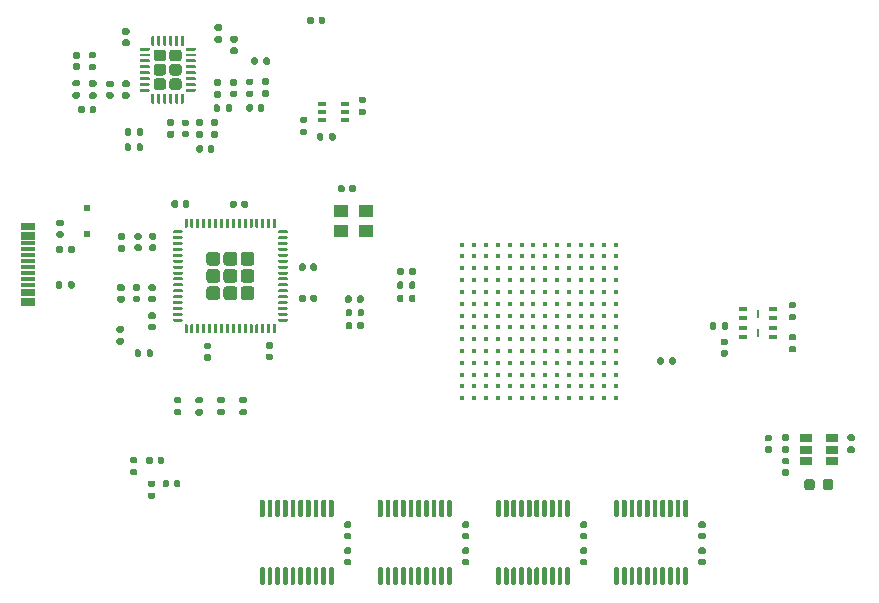
<source format=gtp>
G04 #@! TF.GenerationSoftware,KiCad,Pcbnew,(5.1.10-1-10_14)*
G04 #@! TF.CreationDate,2021-07-09T09:43:35+02:00*
G04 #@! TF.ProjectId,gb-fpga,67622d66-7067-4612-9e6b-696361645f70,rev?*
G04 #@! TF.SameCoordinates,Original*
G04 #@! TF.FileFunction,Paste,Top*
G04 #@! TF.FilePolarity,Positive*
%FSLAX46Y46*%
G04 Gerber Fmt 4.6, Leading zero omitted, Abs format (unit mm)*
G04 Created by KiCad (PCBNEW (5.1.10-1-10_14)) date 2021-07-09 09:43:35*
%MOMM*%
%LPD*%
G01*
G04 APERTURE LIST*
%ADD10R,0.200000X0.800000*%
%ADD11R,0.800000X0.300000*%
%ADD12C,0.400000*%
%ADD13R,1.150000X0.300000*%
%ADD14R,1.300000X1.100000*%
%ADD15R,0.500000X0.500000*%
%ADD16R,0.650000X0.400000*%
%ADD17R,1.060000X0.650000*%
G04 APERTURE END LIST*
D10*
X68610000Y51000000D03*
X68610000Y49400000D03*
D11*
X67310000Y49000000D03*
X67310000Y49800000D03*
X67310000Y50600000D03*
X67310000Y51400000D03*
X69910000Y51400000D03*
X69910000Y50600000D03*
X69910000Y49800000D03*
X69910000Y49000000D03*
D12*
X56575000Y56850000D03*
X56575000Y55850000D03*
X56575000Y54850000D03*
X56575000Y53850000D03*
X56575000Y52850000D03*
X56575000Y51850000D03*
X56575000Y50850000D03*
X56575000Y49850000D03*
X56575000Y48850000D03*
X56575000Y47850000D03*
X56575000Y46850000D03*
X56575000Y45850000D03*
X56575000Y44850000D03*
X56575000Y43850000D03*
X55575000Y56850000D03*
X55575000Y55850000D03*
X55575000Y54850000D03*
X55575000Y53850000D03*
X55575000Y52850000D03*
X55575000Y51850000D03*
X55575000Y50850000D03*
X55575000Y49850000D03*
X55575000Y48850000D03*
X55575000Y47850000D03*
X55575000Y46850000D03*
X55575000Y45850000D03*
X55575000Y44850000D03*
X55575000Y43850000D03*
X54575000Y56850000D03*
X54575000Y55850000D03*
X54575000Y54850000D03*
X54575000Y53850000D03*
X54575000Y52850000D03*
X54575000Y51850000D03*
X54575000Y50850000D03*
X54575000Y49850000D03*
X54575000Y48850000D03*
X54575000Y47850000D03*
X54575000Y46850000D03*
X54575000Y45850000D03*
X54575000Y44850000D03*
X54575000Y43850000D03*
X53575000Y56850000D03*
X53575000Y55850000D03*
X53575000Y54850000D03*
X53575000Y53850000D03*
X53575000Y52850000D03*
X53575000Y51850000D03*
X53575000Y50850000D03*
X53575000Y49850000D03*
X53575000Y48850000D03*
X53575000Y47850000D03*
X53575000Y46850000D03*
X53575000Y45850000D03*
X53575000Y44850000D03*
X53575000Y43850000D03*
X52575000Y56850000D03*
X52575000Y55850000D03*
X52575000Y54850000D03*
X52575000Y53850000D03*
X52575000Y52850000D03*
X52575000Y51850000D03*
X52575000Y50850000D03*
X52575000Y49850000D03*
X52575000Y48850000D03*
X52575000Y47850000D03*
X52575000Y46850000D03*
X52575000Y45850000D03*
X52575000Y44850000D03*
X52575000Y43850000D03*
X51575000Y56850000D03*
X51575000Y55850000D03*
X51575000Y54850000D03*
X51575000Y53850000D03*
X51575000Y52850000D03*
X51575000Y51850000D03*
X51575000Y50850000D03*
X51575000Y49850000D03*
X51575000Y48850000D03*
X51575000Y47850000D03*
X51575000Y46850000D03*
X51575000Y45850000D03*
X51575000Y44850000D03*
X51575000Y43850000D03*
X50575000Y56850000D03*
X50575000Y55850000D03*
X50575000Y54850000D03*
X50575000Y53850000D03*
X50575000Y52850000D03*
X50575000Y51850000D03*
X50575000Y50850000D03*
X50575000Y49850000D03*
X50575000Y48850000D03*
X50575000Y47850000D03*
X50575000Y46850000D03*
X50575000Y45850000D03*
X50575000Y44850000D03*
X50575000Y43850000D03*
X49575000Y56850000D03*
X49575000Y55850000D03*
X49575000Y54850000D03*
X49575000Y53850000D03*
X49575000Y52850000D03*
X49575000Y51850000D03*
X49575000Y50850000D03*
X49575000Y49850000D03*
X49575000Y48850000D03*
X49575000Y47850000D03*
X49575000Y46850000D03*
X49575000Y45850000D03*
X49575000Y44850000D03*
X49575000Y43850000D03*
X48575000Y56850000D03*
X48575000Y55850000D03*
X48575000Y54850000D03*
X48575000Y53850000D03*
X48575000Y52850000D03*
X48575000Y51850000D03*
X48575000Y50850000D03*
X48575000Y49850000D03*
X48575000Y48850000D03*
X48575000Y47850000D03*
X48575000Y46850000D03*
X48575000Y45850000D03*
X48575000Y44850000D03*
X48575000Y43850000D03*
X47575000Y56850000D03*
X47575000Y55850000D03*
X47575000Y54850000D03*
X47575000Y53850000D03*
X47575000Y52850000D03*
X47575000Y51850000D03*
X47575000Y50850000D03*
X47575000Y49850000D03*
X47575000Y48850000D03*
X47575000Y47850000D03*
X47575000Y46850000D03*
X47575000Y45850000D03*
X47575000Y44850000D03*
X47575000Y43850000D03*
X46575000Y56850000D03*
X46575000Y55850000D03*
X46575000Y54850000D03*
X46575000Y53850000D03*
X46575000Y52850000D03*
X46575000Y51850000D03*
X46575000Y50850000D03*
X46575000Y49850000D03*
X46575000Y48850000D03*
X46575000Y47850000D03*
X46575000Y46850000D03*
X46575000Y45850000D03*
X46575000Y44850000D03*
X46575000Y43850000D03*
X45575000Y56850000D03*
X45575000Y55850000D03*
X45575000Y54850000D03*
X45575000Y53850000D03*
X45575000Y52850000D03*
X45575000Y51850000D03*
X45575000Y50850000D03*
X45575000Y49850000D03*
X45575000Y48850000D03*
X45575000Y47850000D03*
X45575000Y46850000D03*
X45575000Y45850000D03*
X45575000Y44850000D03*
X45575000Y43850000D03*
X44575000Y56850000D03*
X44575000Y55850000D03*
X44575000Y54850000D03*
X44575000Y53850000D03*
X44575000Y52850000D03*
X44575000Y51850000D03*
X44575000Y50850000D03*
X44575000Y49850000D03*
X44575000Y48850000D03*
X44575000Y47850000D03*
X44575000Y46850000D03*
X44575000Y45850000D03*
X44575000Y44850000D03*
X44575000Y43850000D03*
X43575000Y56850000D03*
X43575000Y55850000D03*
X43575000Y54850000D03*
X43575000Y53850000D03*
X43575000Y52850000D03*
X43575000Y51850000D03*
X43575000Y50850000D03*
X43575000Y49850000D03*
X43575000Y48850000D03*
X43575000Y47850000D03*
X43575000Y46850000D03*
X43575000Y45850000D03*
X43575000Y44850000D03*
X43575000Y43850000D03*
G36*
G01*
X19075000Y57882500D02*
X19075000Y58007500D01*
G75*
G02*
X19137500Y58070000I62500J0D01*
G01*
X19812500Y58070000D01*
G75*
G02*
X19875000Y58007500I0J-62500D01*
G01*
X19875000Y57882500D01*
G75*
G02*
X19812500Y57820000I-62500J0D01*
G01*
X19137500Y57820000D01*
G75*
G02*
X19075000Y57882500I0J62500D01*
G01*
G37*
G36*
G01*
X19075000Y57382500D02*
X19075000Y57507500D01*
G75*
G02*
X19137500Y57570000I62500J0D01*
G01*
X19812500Y57570000D01*
G75*
G02*
X19875000Y57507500I0J-62500D01*
G01*
X19875000Y57382500D01*
G75*
G02*
X19812500Y57320000I-62500J0D01*
G01*
X19137500Y57320000D01*
G75*
G02*
X19075000Y57382500I0J62500D01*
G01*
G37*
G36*
G01*
X19075000Y56882500D02*
X19075000Y57007500D01*
G75*
G02*
X19137500Y57070000I62500J0D01*
G01*
X19812500Y57070000D01*
G75*
G02*
X19875000Y57007500I0J-62500D01*
G01*
X19875000Y56882500D01*
G75*
G02*
X19812500Y56820000I-62500J0D01*
G01*
X19137500Y56820000D01*
G75*
G02*
X19075000Y56882500I0J62500D01*
G01*
G37*
G36*
G01*
X19075000Y56382500D02*
X19075000Y56507500D01*
G75*
G02*
X19137500Y56570000I62500J0D01*
G01*
X19812500Y56570000D01*
G75*
G02*
X19875000Y56507500I0J-62500D01*
G01*
X19875000Y56382500D01*
G75*
G02*
X19812500Y56320000I-62500J0D01*
G01*
X19137500Y56320000D01*
G75*
G02*
X19075000Y56382500I0J62500D01*
G01*
G37*
G36*
G01*
X19075000Y55882500D02*
X19075000Y56007500D01*
G75*
G02*
X19137500Y56070000I62500J0D01*
G01*
X19812500Y56070000D01*
G75*
G02*
X19875000Y56007500I0J-62500D01*
G01*
X19875000Y55882500D01*
G75*
G02*
X19812500Y55820000I-62500J0D01*
G01*
X19137500Y55820000D01*
G75*
G02*
X19075000Y55882500I0J62500D01*
G01*
G37*
G36*
G01*
X19075000Y55382500D02*
X19075000Y55507500D01*
G75*
G02*
X19137500Y55570000I62500J0D01*
G01*
X19812500Y55570000D01*
G75*
G02*
X19875000Y55507500I0J-62500D01*
G01*
X19875000Y55382500D01*
G75*
G02*
X19812500Y55320000I-62500J0D01*
G01*
X19137500Y55320000D01*
G75*
G02*
X19075000Y55382500I0J62500D01*
G01*
G37*
G36*
G01*
X19075000Y54882500D02*
X19075000Y55007500D01*
G75*
G02*
X19137500Y55070000I62500J0D01*
G01*
X19812500Y55070000D01*
G75*
G02*
X19875000Y55007500I0J-62500D01*
G01*
X19875000Y54882500D01*
G75*
G02*
X19812500Y54820000I-62500J0D01*
G01*
X19137500Y54820000D01*
G75*
G02*
X19075000Y54882500I0J62500D01*
G01*
G37*
G36*
G01*
X19075000Y54382500D02*
X19075000Y54507500D01*
G75*
G02*
X19137500Y54570000I62500J0D01*
G01*
X19812500Y54570000D01*
G75*
G02*
X19875000Y54507500I0J-62500D01*
G01*
X19875000Y54382500D01*
G75*
G02*
X19812500Y54320000I-62500J0D01*
G01*
X19137500Y54320000D01*
G75*
G02*
X19075000Y54382500I0J62500D01*
G01*
G37*
G36*
G01*
X19075000Y53882500D02*
X19075000Y54007500D01*
G75*
G02*
X19137500Y54070000I62500J0D01*
G01*
X19812500Y54070000D01*
G75*
G02*
X19875000Y54007500I0J-62500D01*
G01*
X19875000Y53882500D01*
G75*
G02*
X19812500Y53820000I-62500J0D01*
G01*
X19137500Y53820000D01*
G75*
G02*
X19075000Y53882500I0J62500D01*
G01*
G37*
G36*
G01*
X19075000Y53382500D02*
X19075000Y53507500D01*
G75*
G02*
X19137500Y53570000I62500J0D01*
G01*
X19812500Y53570000D01*
G75*
G02*
X19875000Y53507500I0J-62500D01*
G01*
X19875000Y53382500D01*
G75*
G02*
X19812500Y53320000I-62500J0D01*
G01*
X19137500Y53320000D01*
G75*
G02*
X19075000Y53382500I0J62500D01*
G01*
G37*
G36*
G01*
X19075000Y52882500D02*
X19075000Y53007500D01*
G75*
G02*
X19137500Y53070000I62500J0D01*
G01*
X19812500Y53070000D01*
G75*
G02*
X19875000Y53007500I0J-62500D01*
G01*
X19875000Y52882500D01*
G75*
G02*
X19812500Y52820000I-62500J0D01*
G01*
X19137500Y52820000D01*
G75*
G02*
X19075000Y52882500I0J62500D01*
G01*
G37*
G36*
G01*
X19075000Y52382500D02*
X19075000Y52507500D01*
G75*
G02*
X19137500Y52570000I62500J0D01*
G01*
X19812500Y52570000D01*
G75*
G02*
X19875000Y52507500I0J-62500D01*
G01*
X19875000Y52382500D01*
G75*
G02*
X19812500Y52320000I-62500J0D01*
G01*
X19137500Y52320000D01*
G75*
G02*
X19075000Y52382500I0J62500D01*
G01*
G37*
G36*
G01*
X19075000Y51882500D02*
X19075000Y52007500D01*
G75*
G02*
X19137500Y52070000I62500J0D01*
G01*
X19812500Y52070000D01*
G75*
G02*
X19875000Y52007500I0J-62500D01*
G01*
X19875000Y51882500D01*
G75*
G02*
X19812500Y51820000I-62500J0D01*
G01*
X19137500Y51820000D01*
G75*
G02*
X19075000Y51882500I0J62500D01*
G01*
G37*
G36*
G01*
X19075000Y51382500D02*
X19075000Y51507500D01*
G75*
G02*
X19137500Y51570000I62500J0D01*
G01*
X19812500Y51570000D01*
G75*
G02*
X19875000Y51507500I0J-62500D01*
G01*
X19875000Y51382500D01*
G75*
G02*
X19812500Y51320000I-62500J0D01*
G01*
X19137500Y51320000D01*
G75*
G02*
X19075000Y51382500I0J62500D01*
G01*
G37*
G36*
G01*
X19075000Y50882500D02*
X19075000Y51007500D01*
G75*
G02*
X19137500Y51070000I62500J0D01*
G01*
X19812500Y51070000D01*
G75*
G02*
X19875000Y51007500I0J-62500D01*
G01*
X19875000Y50882500D01*
G75*
G02*
X19812500Y50820000I-62500J0D01*
G01*
X19137500Y50820000D01*
G75*
G02*
X19075000Y50882500I0J62500D01*
G01*
G37*
G36*
G01*
X19075000Y50382500D02*
X19075000Y50507500D01*
G75*
G02*
X19137500Y50570000I62500J0D01*
G01*
X19812500Y50570000D01*
G75*
G02*
X19875000Y50507500I0J-62500D01*
G01*
X19875000Y50382500D01*
G75*
G02*
X19812500Y50320000I-62500J0D01*
G01*
X19137500Y50320000D01*
G75*
G02*
X19075000Y50382500I0J62500D01*
G01*
G37*
G36*
G01*
X20050000Y49407500D02*
X20050000Y50082500D01*
G75*
G02*
X20112500Y50145000I62500J0D01*
G01*
X20237500Y50145000D01*
G75*
G02*
X20300000Y50082500I0J-62500D01*
G01*
X20300000Y49407500D01*
G75*
G02*
X20237500Y49345000I-62500J0D01*
G01*
X20112500Y49345000D01*
G75*
G02*
X20050000Y49407500I0J62500D01*
G01*
G37*
G36*
G01*
X20550000Y49407500D02*
X20550000Y50082500D01*
G75*
G02*
X20612500Y50145000I62500J0D01*
G01*
X20737500Y50145000D01*
G75*
G02*
X20800000Y50082500I0J-62500D01*
G01*
X20800000Y49407500D01*
G75*
G02*
X20737500Y49345000I-62500J0D01*
G01*
X20612500Y49345000D01*
G75*
G02*
X20550000Y49407500I0J62500D01*
G01*
G37*
G36*
G01*
X21050000Y49407500D02*
X21050000Y50082500D01*
G75*
G02*
X21112500Y50145000I62500J0D01*
G01*
X21237500Y50145000D01*
G75*
G02*
X21300000Y50082500I0J-62500D01*
G01*
X21300000Y49407500D01*
G75*
G02*
X21237500Y49345000I-62500J0D01*
G01*
X21112500Y49345000D01*
G75*
G02*
X21050000Y49407500I0J62500D01*
G01*
G37*
G36*
G01*
X21550000Y49407500D02*
X21550000Y50082500D01*
G75*
G02*
X21612500Y50145000I62500J0D01*
G01*
X21737500Y50145000D01*
G75*
G02*
X21800000Y50082500I0J-62500D01*
G01*
X21800000Y49407500D01*
G75*
G02*
X21737500Y49345000I-62500J0D01*
G01*
X21612500Y49345000D01*
G75*
G02*
X21550000Y49407500I0J62500D01*
G01*
G37*
G36*
G01*
X22050000Y49407500D02*
X22050000Y50082500D01*
G75*
G02*
X22112500Y50145000I62500J0D01*
G01*
X22237500Y50145000D01*
G75*
G02*
X22300000Y50082500I0J-62500D01*
G01*
X22300000Y49407500D01*
G75*
G02*
X22237500Y49345000I-62500J0D01*
G01*
X22112500Y49345000D01*
G75*
G02*
X22050000Y49407500I0J62500D01*
G01*
G37*
G36*
G01*
X22550000Y49407500D02*
X22550000Y50082500D01*
G75*
G02*
X22612500Y50145000I62500J0D01*
G01*
X22737500Y50145000D01*
G75*
G02*
X22800000Y50082500I0J-62500D01*
G01*
X22800000Y49407500D01*
G75*
G02*
X22737500Y49345000I-62500J0D01*
G01*
X22612500Y49345000D01*
G75*
G02*
X22550000Y49407500I0J62500D01*
G01*
G37*
G36*
G01*
X23050000Y49407500D02*
X23050000Y50082500D01*
G75*
G02*
X23112500Y50145000I62500J0D01*
G01*
X23237500Y50145000D01*
G75*
G02*
X23300000Y50082500I0J-62500D01*
G01*
X23300000Y49407500D01*
G75*
G02*
X23237500Y49345000I-62500J0D01*
G01*
X23112500Y49345000D01*
G75*
G02*
X23050000Y49407500I0J62500D01*
G01*
G37*
G36*
G01*
X23550000Y49407500D02*
X23550000Y50082500D01*
G75*
G02*
X23612500Y50145000I62500J0D01*
G01*
X23737500Y50145000D01*
G75*
G02*
X23800000Y50082500I0J-62500D01*
G01*
X23800000Y49407500D01*
G75*
G02*
X23737500Y49345000I-62500J0D01*
G01*
X23612500Y49345000D01*
G75*
G02*
X23550000Y49407500I0J62500D01*
G01*
G37*
G36*
G01*
X24050000Y49407500D02*
X24050000Y50082500D01*
G75*
G02*
X24112500Y50145000I62500J0D01*
G01*
X24237500Y50145000D01*
G75*
G02*
X24300000Y50082500I0J-62500D01*
G01*
X24300000Y49407500D01*
G75*
G02*
X24237500Y49345000I-62500J0D01*
G01*
X24112500Y49345000D01*
G75*
G02*
X24050000Y49407500I0J62500D01*
G01*
G37*
G36*
G01*
X24550000Y49407500D02*
X24550000Y50082500D01*
G75*
G02*
X24612500Y50145000I62500J0D01*
G01*
X24737500Y50145000D01*
G75*
G02*
X24800000Y50082500I0J-62500D01*
G01*
X24800000Y49407500D01*
G75*
G02*
X24737500Y49345000I-62500J0D01*
G01*
X24612500Y49345000D01*
G75*
G02*
X24550000Y49407500I0J62500D01*
G01*
G37*
G36*
G01*
X25050000Y49407500D02*
X25050000Y50082500D01*
G75*
G02*
X25112500Y50145000I62500J0D01*
G01*
X25237500Y50145000D01*
G75*
G02*
X25300000Y50082500I0J-62500D01*
G01*
X25300000Y49407500D01*
G75*
G02*
X25237500Y49345000I-62500J0D01*
G01*
X25112500Y49345000D01*
G75*
G02*
X25050000Y49407500I0J62500D01*
G01*
G37*
G36*
G01*
X25550000Y49407500D02*
X25550000Y50082500D01*
G75*
G02*
X25612500Y50145000I62500J0D01*
G01*
X25737500Y50145000D01*
G75*
G02*
X25800000Y50082500I0J-62500D01*
G01*
X25800000Y49407500D01*
G75*
G02*
X25737500Y49345000I-62500J0D01*
G01*
X25612500Y49345000D01*
G75*
G02*
X25550000Y49407500I0J62500D01*
G01*
G37*
G36*
G01*
X26050000Y49407500D02*
X26050000Y50082500D01*
G75*
G02*
X26112500Y50145000I62500J0D01*
G01*
X26237500Y50145000D01*
G75*
G02*
X26300000Y50082500I0J-62500D01*
G01*
X26300000Y49407500D01*
G75*
G02*
X26237500Y49345000I-62500J0D01*
G01*
X26112500Y49345000D01*
G75*
G02*
X26050000Y49407500I0J62500D01*
G01*
G37*
G36*
G01*
X26550000Y49407500D02*
X26550000Y50082500D01*
G75*
G02*
X26612500Y50145000I62500J0D01*
G01*
X26737500Y50145000D01*
G75*
G02*
X26800000Y50082500I0J-62500D01*
G01*
X26800000Y49407500D01*
G75*
G02*
X26737500Y49345000I-62500J0D01*
G01*
X26612500Y49345000D01*
G75*
G02*
X26550000Y49407500I0J62500D01*
G01*
G37*
G36*
G01*
X27050000Y49407500D02*
X27050000Y50082500D01*
G75*
G02*
X27112500Y50145000I62500J0D01*
G01*
X27237500Y50145000D01*
G75*
G02*
X27300000Y50082500I0J-62500D01*
G01*
X27300000Y49407500D01*
G75*
G02*
X27237500Y49345000I-62500J0D01*
G01*
X27112500Y49345000D01*
G75*
G02*
X27050000Y49407500I0J62500D01*
G01*
G37*
G36*
G01*
X27550000Y49407500D02*
X27550000Y50082500D01*
G75*
G02*
X27612500Y50145000I62500J0D01*
G01*
X27737500Y50145000D01*
G75*
G02*
X27800000Y50082500I0J-62500D01*
G01*
X27800000Y49407500D01*
G75*
G02*
X27737500Y49345000I-62500J0D01*
G01*
X27612500Y49345000D01*
G75*
G02*
X27550000Y49407500I0J62500D01*
G01*
G37*
G36*
G01*
X27975000Y50382500D02*
X27975000Y50507500D01*
G75*
G02*
X28037500Y50570000I62500J0D01*
G01*
X28712500Y50570000D01*
G75*
G02*
X28775000Y50507500I0J-62500D01*
G01*
X28775000Y50382500D01*
G75*
G02*
X28712500Y50320000I-62500J0D01*
G01*
X28037500Y50320000D01*
G75*
G02*
X27975000Y50382500I0J62500D01*
G01*
G37*
G36*
G01*
X27975000Y50882500D02*
X27975000Y51007500D01*
G75*
G02*
X28037500Y51070000I62500J0D01*
G01*
X28712500Y51070000D01*
G75*
G02*
X28775000Y51007500I0J-62500D01*
G01*
X28775000Y50882500D01*
G75*
G02*
X28712500Y50820000I-62500J0D01*
G01*
X28037500Y50820000D01*
G75*
G02*
X27975000Y50882500I0J62500D01*
G01*
G37*
G36*
G01*
X27975000Y51382500D02*
X27975000Y51507500D01*
G75*
G02*
X28037500Y51570000I62500J0D01*
G01*
X28712500Y51570000D01*
G75*
G02*
X28775000Y51507500I0J-62500D01*
G01*
X28775000Y51382500D01*
G75*
G02*
X28712500Y51320000I-62500J0D01*
G01*
X28037500Y51320000D01*
G75*
G02*
X27975000Y51382500I0J62500D01*
G01*
G37*
G36*
G01*
X27975000Y51882500D02*
X27975000Y52007500D01*
G75*
G02*
X28037500Y52070000I62500J0D01*
G01*
X28712500Y52070000D01*
G75*
G02*
X28775000Y52007500I0J-62500D01*
G01*
X28775000Y51882500D01*
G75*
G02*
X28712500Y51820000I-62500J0D01*
G01*
X28037500Y51820000D01*
G75*
G02*
X27975000Y51882500I0J62500D01*
G01*
G37*
G36*
G01*
X27975000Y52382500D02*
X27975000Y52507500D01*
G75*
G02*
X28037500Y52570000I62500J0D01*
G01*
X28712500Y52570000D01*
G75*
G02*
X28775000Y52507500I0J-62500D01*
G01*
X28775000Y52382500D01*
G75*
G02*
X28712500Y52320000I-62500J0D01*
G01*
X28037500Y52320000D01*
G75*
G02*
X27975000Y52382500I0J62500D01*
G01*
G37*
G36*
G01*
X27975000Y52882500D02*
X27975000Y53007500D01*
G75*
G02*
X28037500Y53070000I62500J0D01*
G01*
X28712500Y53070000D01*
G75*
G02*
X28775000Y53007500I0J-62500D01*
G01*
X28775000Y52882500D01*
G75*
G02*
X28712500Y52820000I-62500J0D01*
G01*
X28037500Y52820000D01*
G75*
G02*
X27975000Y52882500I0J62500D01*
G01*
G37*
G36*
G01*
X27975000Y53382500D02*
X27975000Y53507500D01*
G75*
G02*
X28037500Y53570000I62500J0D01*
G01*
X28712500Y53570000D01*
G75*
G02*
X28775000Y53507500I0J-62500D01*
G01*
X28775000Y53382500D01*
G75*
G02*
X28712500Y53320000I-62500J0D01*
G01*
X28037500Y53320000D01*
G75*
G02*
X27975000Y53382500I0J62500D01*
G01*
G37*
G36*
G01*
X27975000Y53882500D02*
X27975000Y54007500D01*
G75*
G02*
X28037500Y54070000I62500J0D01*
G01*
X28712500Y54070000D01*
G75*
G02*
X28775000Y54007500I0J-62500D01*
G01*
X28775000Y53882500D01*
G75*
G02*
X28712500Y53820000I-62500J0D01*
G01*
X28037500Y53820000D01*
G75*
G02*
X27975000Y53882500I0J62500D01*
G01*
G37*
G36*
G01*
X27975000Y54382500D02*
X27975000Y54507500D01*
G75*
G02*
X28037500Y54570000I62500J0D01*
G01*
X28712500Y54570000D01*
G75*
G02*
X28775000Y54507500I0J-62500D01*
G01*
X28775000Y54382500D01*
G75*
G02*
X28712500Y54320000I-62500J0D01*
G01*
X28037500Y54320000D01*
G75*
G02*
X27975000Y54382500I0J62500D01*
G01*
G37*
G36*
G01*
X27975000Y54882500D02*
X27975000Y55007500D01*
G75*
G02*
X28037500Y55070000I62500J0D01*
G01*
X28712500Y55070000D01*
G75*
G02*
X28775000Y55007500I0J-62500D01*
G01*
X28775000Y54882500D01*
G75*
G02*
X28712500Y54820000I-62500J0D01*
G01*
X28037500Y54820000D01*
G75*
G02*
X27975000Y54882500I0J62500D01*
G01*
G37*
G36*
G01*
X27975000Y55382500D02*
X27975000Y55507500D01*
G75*
G02*
X28037500Y55570000I62500J0D01*
G01*
X28712500Y55570000D01*
G75*
G02*
X28775000Y55507500I0J-62500D01*
G01*
X28775000Y55382500D01*
G75*
G02*
X28712500Y55320000I-62500J0D01*
G01*
X28037500Y55320000D01*
G75*
G02*
X27975000Y55382500I0J62500D01*
G01*
G37*
G36*
G01*
X27975000Y55882500D02*
X27975000Y56007500D01*
G75*
G02*
X28037500Y56070000I62500J0D01*
G01*
X28712500Y56070000D01*
G75*
G02*
X28775000Y56007500I0J-62500D01*
G01*
X28775000Y55882500D01*
G75*
G02*
X28712500Y55820000I-62500J0D01*
G01*
X28037500Y55820000D01*
G75*
G02*
X27975000Y55882500I0J62500D01*
G01*
G37*
G36*
G01*
X27975000Y56382500D02*
X27975000Y56507500D01*
G75*
G02*
X28037500Y56570000I62500J0D01*
G01*
X28712500Y56570000D01*
G75*
G02*
X28775000Y56507500I0J-62500D01*
G01*
X28775000Y56382500D01*
G75*
G02*
X28712500Y56320000I-62500J0D01*
G01*
X28037500Y56320000D01*
G75*
G02*
X27975000Y56382500I0J62500D01*
G01*
G37*
G36*
G01*
X27975000Y56882500D02*
X27975000Y57007500D01*
G75*
G02*
X28037500Y57070000I62500J0D01*
G01*
X28712500Y57070000D01*
G75*
G02*
X28775000Y57007500I0J-62500D01*
G01*
X28775000Y56882500D01*
G75*
G02*
X28712500Y56820000I-62500J0D01*
G01*
X28037500Y56820000D01*
G75*
G02*
X27975000Y56882500I0J62500D01*
G01*
G37*
G36*
G01*
X27975000Y57382500D02*
X27975000Y57507500D01*
G75*
G02*
X28037500Y57570000I62500J0D01*
G01*
X28712500Y57570000D01*
G75*
G02*
X28775000Y57507500I0J-62500D01*
G01*
X28775000Y57382500D01*
G75*
G02*
X28712500Y57320000I-62500J0D01*
G01*
X28037500Y57320000D01*
G75*
G02*
X27975000Y57382500I0J62500D01*
G01*
G37*
G36*
G01*
X27975000Y57882500D02*
X27975000Y58007500D01*
G75*
G02*
X28037500Y58070000I62500J0D01*
G01*
X28712500Y58070000D01*
G75*
G02*
X28775000Y58007500I0J-62500D01*
G01*
X28775000Y57882500D01*
G75*
G02*
X28712500Y57820000I-62500J0D01*
G01*
X28037500Y57820000D01*
G75*
G02*
X27975000Y57882500I0J62500D01*
G01*
G37*
G36*
G01*
X27550000Y58307500D02*
X27550000Y58982500D01*
G75*
G02*
X27612500Y59045000I62500J0D01*
G01*
X27737500Y59045000D01*
G75*
G02*
X27800000Y58982500I0J-62500D01*
G01*
X27800000Y58307500D01*
G75*
G02*
X27737500Y58245000I-62500J0D01*
G01*
X27612500Y58245000D01*
G75*
G02*
X27550000Y58307500I0J62500D01*
G01*
G37*
G36*
G01*
X27050000Y58307500D02*
X27050000Y58982500D01*
G75*
G02*
X27112500Y59045000I62500J0D01*
G01*
X27237500Y59045000D01*
G75*
G02*
X27300000Y58982500I0J-62500D01*
G01*
X27300000Y58307500D01*
G75*
G02*
X27237500Y58245000I-62500J0D01*
G01*
X27112500Y58245000D01*
G75*
G02*
X27050000Y58307500I0J62500D01*
G01*
G37*
G36*
G01*
X26550000Y58307500D02*
X26550000Y58982500D01*
G75*
G02*
X26612500Y59045000I62500J0D01*
G01*
X26737500Y59045000D01*
G75*
G02*
X26800000Y58982500I0J-62500D01*
G01*
X26800000Y58307500D01*
G75*
G02*
X26737500Y58245000I-62500J0D01*
G01*
X26612500Y58245000D01*
G75*
G02*
X26550000Y58307500I0J62500D01*
G01*
G37*
G36*
G01*
X26050000Y58307500D02*
X26050000Y58982500D01*
G75*
G02*
X26112500Y59045000I62500J0D01*
G01*
X26237500Y59045000D01*
G75*
G02*
X26300000Y58982500I0J-62500D01*
G01*
X26300000Y58307500D01*
G75*
G02*
X26237500Y58245000I-62500J0D01*
G01*
X26112500Y58245000D01*
G75*
G02*
X26050000Y58307500I0J62500D01*
G01*
G37*
G36*
G01*
X25550000Y58307500D02*
X25550000Y58982500D01*
G75*
G02*
X25612500Y59045000I62500J0D01*
G01*
X25737500Y59045000D01*
G75*
G02*
X25800000Y58982500I0J-62500D01*
G01*
X25800000Y58307500D01*
G75*
G02*
X25737500Y58245000I-62500J0D01*
G01*
X25612500Y58245000D01*
G75*
G02*
X25550000Y58307500I0J62500D01*
G01*
G37*
G36*
G01*
X25050000Y58307500D02*
X25050000Y58982500D01*
G75*
G02*
X25112500Y59045000I62500J0D01*
G01*
X25237500Y59045000D01*
G75*
G02*
X25300000Y58982500I0J-62500D01*
G01*
X25300000Y58307500D01*
G75*
G02*
X25237500Y58245000I-62500J0D01*
G01*
X25112500Y58245000D01*
G75*
G02*
X25050000Y58307500I0J62500D01*
G01*
G37*
G36*
G01*
X24550000Y58307500D02*
X24550000Y58982500D01*
G75*
G02*
X24612500Y59045000I62500J0D01*
G01*
X24737500Y59045000D01*
G75*
G02*
X24800000Y58982500I0J-62500D01*
G01*
X24800000Y58307500D01*
G75*
G02*
X24737500Y58245000I-62500J0D01*
G01*
X24612500Y58245000D01*
G75*
G02*
X24550000Y58307500I0J62500D01*
G01*
G37*
G36*
G01*
X24050000Y58307500D02*
X24050000Y58982500D01*
G75*
G02*
X24112500Y59045000I62500J0D01*
G01*
X24237500Y59045000D01*
G75*
G02*
X24300000Y58982500I0J-62500D01*
G01*
X24300000Y58307500D01*
G75*
G02*
X24237500Y58245000I-62500J0D01*
G01*
X24112500Y58245000D01*
G75*
G02*
X24050000Y58307500I0J62500D01*
G01*
G37*
G36*
G01*
X23550000Y58307500D02*
X23550000Y58982500D01*
G75*
G02*
X23612500Y59045000I62500J0D01*
G01*
X23737500Y59045000D01*
G75*
G02*
X23800000Y58982500I0J-62500D01*
G01*
X23800000Y58307500D01*
G75*
G02*
X23737500Y58245000I-62500J0D01*
G01*
X23612500Y58245000D01*
G75*
G02*
X23550000Y58307500I0J62500D01*
G01*
G37*
G36*
G01*
X23050000Y58307500D02*
X23050000Y58982500D01*
G75*
G02*
X23112500Y59045000I62500J0D01*
G01*
X23237500Y59045000D01*
G75*
G02*
X23300000Y58982500I0J-62500D01*
G01*
X23300000Y58307500D01*
G75*
G02*
X23237500Y58245000I-62500J0D01*
G01*
X23112500Y58245000D01*
G75*
G02*
X23050000Y58307500I0J62500D01*
G01*
G37*
G36*
G01*
X22550000Y58307500D02*
X22550000Y58982500D01*
G75*
G02*
X22612500Y59045000I62500J0D01*
G01*
X22737500Y59045000D01*
G75*
G02*
X22800000Y58982500I0J-62500D01*
G01*
X22800000Y58307500D01*
G75*
G02*
X22737500Y58245000I-62500J0D01*
G01*
X22612500Y58245000D01*
G75*
G02*
X22550000Y58307500I0J62500D01*
G01*
G37*
G36*
G01*
X22050000Y58307500D02*
X22050000Y58982500D01*
G75*
G02*
X22112500Y59045000I62500J0D01*
G01*
X22237500Y59045000D01*
G75*
G02*
X22300000Y58982500I0J-62500D01*
G01*
X22300000Y58307500D01*
G75*
G02*
X22237500Y58245000I-62500J0D01*
G01*
X22112500Y58245000D01*
G75*
G02*
X22050000Y58307500I0J62500D01*
G01*
G37*
G36*
G01*
X21550000Y58307500D02*
X21550000Y58982500D01*
G75*
G02*
X21612500Y59045000I62500J0D01*
G01*
X21737500Y59045000D01*
G75*
G02*
X21800000Y58982500I0J-62500D01*
G01*
X21800000Y58307500D01*
G75*
G02*
X21737500Y58245000I-62500J0D01*
G01*
X21612500Y58245000D01*
G75*
G02*
X21550000Y58307500I0J62500D01*
G01*
G37*
G36*
G01*
X21050000Y58307500D02*
X21050000Y58982500D01*
G75*
G02*
X21112500Y59045000I62500J0D01*
G01*
X21237500Y59045000D01*
G75*
G02*
X21300000Y58982500I0J-62500D01*
G01*
X21300000Y58307500D01*
G75*
G02*
X21237500Y58245000I-62500J0D01*
G01*
X21112500Y58245000D01*
G75*
G02*
X21050000Y58307500I0J62500D01*
G01*
G37*
G36*
G01*
X20550000Y58307500D02*
X20550000Y58982500D01*
G75*
G02*
X20612500Y59045000I62500J0D01*
G01*
X20737500Y59045000D01*
G75*
G02*
X20800000Y58982500I0J-62500D01*
G01*
X20800000Y58307500D01*
G75*
G02*
X20737500Y58245000I-62500J0D01*
G01*
X20612500Y58245000D01*
G75*
G02*
X20550000Y58307500I0J62500D01*
G01*
G37*
G36*
G01*
X20050000Y58307500D02*
X20050000Y58982500D01*
G75*
G02*
X20112500Y59045000I62500J0D01*
G01*
X20237500Y59045000D01*
G75*
G02*
X20300000Y58982500I0J-62500D01*
G01*
X20300000Y58307500D01*
G75*
G02*
X20237500Y58245000I-62500J0D01*
G01*
X20112500Y58245000D01*
G75*
G02*
X20050000Y58307500I0J62500D01*
G01*
G37*
G36*
G01*
X21890000Y55309999D02*
X21890000Y55980001D01*
G75*
G02*
X22139999Y56230000I249999J0D01*
G01*
X22810001Y56230000D01*
G75*
G02*
X23060000Y55980001I0J-249999D01*
G01*
X23060000Y55309999D01*
G75*
G02*
X22810001Y55060000I-249999J0D01*
G01*
X22139999Y55060000D01*
G75*
G02*
X21890000Y55309999I0J249999D01*
G01*
G37*
G36*
G01*
X21890000Y53859999D02*
X21890000Y54530001D01*
G75*
G02*
X22139999Y54780000I249999J0D01*
G01*
X22810001Y54780000D01*
G75*
G02*
X23060000Y54530001I0J-249999D01*
G01*
X23060000Y53859999D01*
G75*
G02*
X22810001Y53610000I-249999J0D01*
G01*
X22139999Y53610000D01*
G75*
G02*
X21890000Y53859999I0J249999D01*
G01*
G37*
G36*
G01*
X21890000Y52409999D02*
X21890000Y53080001D01*
G75*
G02*
X22139999Y53330000I249999J0D01*
G01*
X22810001Y53330000D01*
G75*
G02*
X23060000Y53080001I0J-249999D01*
G01*
X23060000Y52409999D01*
G75*
G02*
X22810001Y52160000I-249999J0D01*
G01*
X22139999Y52160000D01*
G75*
G02*
X21890000Y52409999I0J249999D01*
G01*
G37*
G36*
G01*
X23340000Y55309999D02*
X23340000Y55980001D01*
G75*
G02*
X23589999Y56230000I249999J0D01*
G01*
X24260001Y56230000D01*
G75*
G02*
X24510000Y55980001I0J-249999D01*
G01*
X24510000Y55309999D01*
G75*
G02*
X24260001Y55060000I-249999J0D01*
G01*
X23589999Y55060000D01*
G75*
G02*
X23340000Y55309999I0J249999D01*
G01*
G37*
G36*
G01*
X23340000Y53859999D02*
X23340000Y54530001D01*
G75*
G02*
X23589999Y54780000I249999J0D01*
G01*
X24260001Y54780000D01*
G75*
G02*
X24510000Y54530001I0J-249999D01*
G01*
X24510000Y53859999D01*
G75*
G02*
X24260001Y53610000I-249999J0D01*
G01*
X23589999Y53610000D01*
G75*
G02*
X23340000Y53859999I0J249999D01*
G01*
G37*
G36*
G01*
X23340000Y52409999D02*
X23340000Y53080001D01*
G75*
G02*
X23589999Y53330000I249999J0D01*
G01*
X24260001Y53330000D01*
G75*
G02*
X24510000Y53080001I0J-249999D01*
G01*
X24510000Y52409999D01*
G75*
G02*
X24260001Y52160000I-249999J0D01*
G01*
X23589999Y52160000D01*
G75*
G02*
X23340000Y52409999I0J249999D01*
G01*
G37*
G36*
G01*
X24790000Y55309999D02*
X24790000Y55980001D01*
G75*
G02*
X25039999Y56230000I249999J0D01*
G01*
X25710001Y56230000D01*
G75*
G02*
X25960000Y55980001I0J-249999D01*
G01*
X25960000Y55309999D01*
G75*
G02*
X25710001Y55060000I-249999J0D01*
G01*
X25039999Y55060000D01*
G75*
G02*
X24790000Y55309999I0J249999D01*
G01*
G37*
G36*
G01*
X24790000Y53859999D02*
X24790000Y54530001D01*
G75*
G02*
X25039999Y54780000I249999J0D01*
G01*
X25710001Y54780000D01*
G75*
G02*
X25960000Y54530001I0J-249999D01*
G01*
X25960000Y53859999D01*
G75*
G02*
X25710001Y53610000I-249999J0D01*
G01*
X25039999Y53610000D01*
G75*
G02*
X24790000Y53859999I0J249999D01*
G01*
G37*
G36*
G01*
X24790000Y52409999D02*
X24790000Y53080001D01*
G75*
G02*
X25039999Y53330000I249999J0D01*
G01*
X25710001Y53330000D01*
G75*
G02*
X25960000Y53080001I0J-249999D01*
G01*
X25960000Y52409999D01*
G75*
G02*
X25710001Y52160000I-249999J0D01*
G01*
X25039999Y52160000D01*
G75*
G02*
X24790000Y52409999I0J249999D01*
G01*
G37*
D13*
X6770000Y52150000D03*
X6770000Y52950000D03*
X6770000Y53450000D03*
X6770000Y53950000D03*
X6770000Y54450000D03*
X6770000Y54950000D03*
X6770000Y55450000D03*
X6770000Y55950000D03*
X6770000Y56450000D03*
X6770000Y56950000D03*
X6770000Y57750000D03*
X6770000Y58550000D03*
X6770000Y58250000D03*
X6770000Y57450000D03*
X6770000Y52650000D03*
X6770000Y51850000D03*
D14*
X33275000Y58030000D03*
X35375000Y58030000D03*
X35375000Y59680000D03*
X33275000Y59680000D03*
G36*
G01*
X16245001Y73342499D02*
X16245001Y73467499D01*
G75*
G02*
X16307501Y73529999I62500J0D01*
G01*
X17032501Y73529999D01*
G75*
G02*
X17095001Y73467499I0J-62500D01*
G01*
X17095001Y73342499D01*
G75*
G02*
X17032501Y73279999I-62500J0D01*
G01*
X16307501Y73279999D01*
G75*
G02*
X16245001Y73342499I0J62500D01*
G01*
G37*
G36*
G01*
X16245001Y72842499D02*
X16245001Y72967499D01*
G75*
G02*
X16307501Y73029999I62500J0D01*
G01*
X17032501Y73029999D01*
G75*
G02*
X17095001Y72967499I0J-62500D01*
G01*
X17095001Y72842499D01*
G75*
G02*
X17032501Y72779999I-62500J0D01*
G01*
X16307501Y72779999D01*
G75*
G02*
X16245001Y72842499I0J62500D01*
G01*
G37*
G36*
G01*
X16245001Y72342499D02*
X16245001Y72467499D01*
G75*
G02*
X16307501Y72529999I62500J0D01*
G01*
X17032501Y72529999D01*
G75*
G02*
X17095001Y72467499I0J-62500D01*
G01*
X17095001Y72342499D01*
G75*
G02*
X17032501Y72279999I-62500J0D01*
G01*
X16307501Y72279999D01*
G75*
G02*
X16245001Y72342499I0J62500D01*
G01*
G37*
G36*
G01*
X16245001Y71842499D02*
X16245001Y71967499D01*
G75*
G02*
X16307501Y72029999I62500J0D01*
G01*
X17032501Y72029999D01*
G75*
G02*
X17095001Y71967499I0J-62500D01*
G01*
X17095001Y71842499D01*
G75*
G02*
X17032501Y71779999I-62500J0D01*
G01*
X16307501Y71779999D01*
G75*
G02*
X16245001Y71842499I0J62500D01*
G01*
G37*
G36*
G01*
X16245001Y71342499D02*
X16245001Y71467499D01*
G75*
G02*
X16307501Y71529999I62500J0D01*
G01*
X17032501Y71529999D01*
G75*
G02*
X17095001Y71467499I0J-62500D01*
G01*
X17095001Y71342499D01*
G75*
G02*
X17032501Y71279999I-62500J0D01*
G01*
X16307501Y71279999D01*
G75*
G02*
X16245001Y71342499I0J62500D01*
G01*
G37*
G36*
G01*
X16245001Y70842499D02*
X16245001Y70967499D01*
G75*
G02*
X16307501Y71029999I62500J0D01*
G01*
X17032501Y71029999D01*
G75*
G02*
X17095001Y70967499I0J-62500D01*
G01*
X17095001Y70842499D01*
G75*
G02*
X17032501Y70779999I-62500J0D01*
G01*
X16307501Y70779999D01*
G75*
G02*
X16245001Y70842499I0J62500D01*
G01*
G37*
G36*
G01*
X16245001Y70342499D02*
X16245001Y70467499D01*
G75*
G02*
X16307501Y70529999I62500J0D01*
G01*
X17032501Y70529999D01*
G75*
G02*
X17095001Y70467499I0J-62500D01*
G01*
X17095001Y70342499D01*
G75*
G02*
X17032501Y70279999I-62500J0D01*
G01*
X16307501Y70279999D01*
G75*
G02*
X16245001Y70342499I0J62500D01*
G01*
G37*
G36*
G01*
X16245001Y69842499D02*
X16245001Y69967499D01*
G75*
G02*
X16307501Y70029999I62500J0D01*
G01*
X17032501Y70029999D01*
G75*
G02*
X17095001Y69967499I0J-62500D01*
G01*
X17095001Y69842499D01*
G75*
G02*
X17032501Y69779999I-62500J0D01*
G01*
X16307501Y69779999D01*
G75*
G02*
X16245001Y69842499I0J62500D01*
G01*
G37*
G36*
G01*
X17245001Y68842499D02*
X17245001Y69567499D01*
G75*
G02*
X17307501Y69629999I62500J0D01*
G01*
X17432501Y69629999D01*
G75*
G02*
X17495001Y69567499I0J-62500D01*
G01*
X17495001Y68842499D01*
G75*
G02*
X17432501Y68779999I-62500J0D01*
G01*
X17307501Y68779999D01*
G75*
G02*
X17245001Y68842499I0J62500D01*
G01*
G37*
G36*
G01*
X17745001Y68842499D02*
X17745001Y69567499D01*
G75*
G02*
X17807501Y69629999I62500J0D01*
G01*
X17932501Y69629999D01*
G75*
G02*
X17995001Y69567499I0J-62500D01*
G01*
X17995001Y68842499D01*
G75*
G02*
X17932501Y68779999I-62500J0D01*
G01*
X17807501Y68779999D01*
G75*
G02*
X17745001Y68842499I0J62500D01*
G01*
G37*
G36*
G01*
X18245001Y68842499D02*
X18245001Y69567499D01*
G75*
G02*
X18307501Y69629999I62500J0D01*
G01*
X18432501Y69629999D01*
G75*
G02*
X18495001Y69567499I0J-62500D01*
G01*
X18495001Y68842499D01*
G75*
G02*
X18432501Y68779999I-62500J0D01*
G01*
X18307501Y68779999D01*
G75*
G02*
X18245001Y68842499I0J62500D01*
G01*
G37*
G36*
G01*
X18745001Y68842499D02*
X18745001Y69567499D01*
G75*
G02*
X18807501Y69629999I62500J0D01*
G01*
X18932501Y69629999D01*
G75*
G02*
X18995001Y69567499I0J-62500D01*
G01*
X18995001Y68842499D01*
G75*
G02*
X18932501Y68779999I-62500J0D01*
G01*
X18807501Y68779999D01*
G75*
G02*
X18745001Y68842499I0J62500D01*
G01*
G37*
G36*
G01*
X19245001Y68842499D02*
X19245001Y69567499D01*
G75*
G02*
X19307501Y69629999I62500J0D01*
G01*
X19432501Y69629999D01*
G75*
G02*
X19495001Y69567499I0J-62500D01*
G01*
X19495001Y68842499D01*
G75*
G02*
X19432501Y68779999I-62500J0D01*
G01*
X19307501Y68779999D01*
G75*
G02*
X19245001Y68842499I0J62500D01*
G01*
G37*
G36*
G01*
X19745001Y68842499D02*
X19745001Y69567499D01*
G75*
G02*
X19807501Y69629999I62500J0D01*
G01*
X19932501Y69629999D01*
G75*
G02*
X19995001Y69567499I0J-62500D01*
G01*
X19995001Y68842499D01*
G75*
G02*
X19932501Y68779999I-62500J0D01*
G01*
X19807501Y68779999D01*
G75*
G02*
X19745001Y68842499I0J62500D01*
G01*
G37*
G36*
G01*
X20145001Y69842499D02*
X20145001Y69967499D01*
G75*
G02*
X20207501Y70029999I62500J0D01*
G01*
X20932501Y70029999D01*
G75*
G02*
X20995001Y69967499I0J-62500D01*
G01*
X20995001Y69842499D01*
G75*
G02*
X20932501Y69779999I-62500J0D01*
G01*
X20207501Y69779999D01*
G75*
G02*
X20145001Y69842499I0J62500D01*
G01*
G37*
G36*
G01*
X20145001Y70342499D02*
X20145001Y70467499D01*
G75*
G02*
X20207501Y70529999I62500J0D01*
G01*
X20932501Y70529999D01*
G75*
G02*
X20995001Y70467499I0J-62500D01*
G01*
X20995001Y70342499D01*
G75*
G02*
X20932501Y70279999I-62500J0D01*
G01*
X20207501Y70279999D01*
G75*
G02*
X20145001Y70342499I0J62500D01*
G01*
G37*
G36*
G01*
X20145001Y70842499D02*
X20145001Y70967499D01*
G75*
G02*
X20207501Y71029999I62500J0D01*
G01*
X20932501Y71029999D01*
G75*
G02*
X20995001Y70967499I0J-62500D01*
G01*
X20995001Y70842499D01*
G75*
G02*
X20932501Y70779999I-62500J0D01*
G01*
X20207501Y70779999D01*
G75*
G02*
X20145001Y70842499I0J62500D01*
G01*
G37*
G36*
G01*
X20145001Y71342499D02*
X20145001Y71467499D01*
G75*
G02*
X20207501Y71529999I62500J0D01*
G01*
X20932501Y71529999D01*
G75*
G02*
X20995001Y71467499I0J-62500D01*
G01*
X20995001Y71342499D01*
G75*
G02*
X20932501Y71279999I-62500J0D01*
G01*
X20207501Y71279999D01*
G75*
G02*
X20145001Y71342499I0J62500D01*
G01*
G37*
G36*
G01*
X20145001Y71842499D02*
X20145001Y71967499D01*
G75*
G02*
X20207501Y72029999I62500J0D01*
G01*
X20932501Y72029999D01*
G75*
G02*
X20995001Y71967499I0J-62500D01*
G01*
X20995001Y71842499D01*
G75*
G02*
X20932501Y71779999I-62500J0D01*
G01*
X20207501Y71779999D01*
G75*
G02*
X20145001Y71842499I0J62500D01*
G01*
G37*
G36*
G01*
X20145001Y72342499D02*
X20145001Y72467499D01*
G75*
G02*
X20207501Y72529999I62500J0D01*
G01*
X20932501Y72529999D01*
G75*
G02*
X20995001Y72467499I0J-62500D01*
G01*
X20995001Y72342499D01*
G75*
G02*
X20932501Y72279999I-62500J0D01*
G01*
X20207501Y72279999D01*
G75*
G02*
X20145001Y72342499I0J62500D01*
G01*
G37*
G36*
G01*
X20145001Y72842499D02*
X20145001Y72967499D01*
G75*
G02*
X20207501Y73029999I62500J0D01*
G01*
X20932501Y73029999D01*
G75*
G02*
X20995001Y72967499I0J-62500D01*
G01*
X20995001Y72842499D01*
G75*
G02*
X20932501Y72779999I-62500J0D01*
G01*
X20207501Y72779999D01*
G75*
G02*
X20145001Y72842499I0J62500D01*
G01*
G37*
G36*
G01*
X20145001Y73342499D02*
X20145001Y73467499D01*
G75*
G02*
X20207501Y73529999I62500J0D01*
G01*
X20932501Y73529999D01*
G75*
G02*
X20995001Y73467499I0J-62500D01*
G01*
X20995001Y73342499D01*
G75*
G02*
X20932501Y73279999I-62500J0D01*
G01*
X20207501Y73279999D01*
G75*
G02*
X20145001Y73342499I0J62500D01*
G01*
G37*
G36*
G01*
X19745001Y73742499D02*
X19745001Y74467499D01*
G75*
G02*
X19807501Y74529999I62500J0D01*
G01*
X19932501Y74529999D01*
G75*
G02*
X19995001Y74467499I0J-62500D01*
G01*
X19995001Y73742499D01*
G75*
G02*
X19932501Y73679999I-62500J0D01*
G01*
X19807501Y73679999D01*
G75*
G02*
X19745001Y73742499I0J62500D01*
G01*
G37*
G36*
G01*
X19245001Y73742499D02*
X19245001Y74467499D01*
G75*
G02*
X19307501Y74529999I62500J0D01*
G01*
X19432501Y74529999D01*
G75*
G02*
X19495001Y74467499I0J-62500D01*
G01*
X19495001Y73742499D01*
G75*
G02*
X19432501Y73679999I-62500J0D01*
G01*
X19307501Y73679999D01*
G75*
G02*
X19245001Y73742499I0J62500D01*
G01*
G37*
G36*
G01*
X18745001Y73742499D02*
X18745001Y74467499D01*
G75*
G02*
X18807501Y74529999I62500J0D01*
G01*
X18932501Y74529999D01*
G75*
G02*
X18995001Y74467499I0J-62500D01*
G01*
X18995001Y73742499D01*
G75*
G02*
X18932501Y73679999I-62500J0D01*
G01*
X18807501Y73679999D01*
G75*
G02*
X18745001Y73742499I0J62500D01*
G01*
G37*
G36*
G01*
X18245001Y73742499D02*
X18245001Y74467499D01*
G75*
G02*
X18307501Y74529999I62500J0D01*
G01*
X18432501Y74529999D01*
G75*
G02*
X18495001Y74467499I0J-62500D01*
G01*
X18495001Y73742499D01*
G75*
G02*
X18432501Y73679999I-62500J0D01*
G01*
X18307501Y73679999D01*
G75*
G02*
X18245001Y73742499I0J62500D01*
G01*
G37*
G36*
G01*
X17745001Y73742499D02*
X17745001Y74467499D01*
G75*
G02*
X17807501Y74529999I62500J0D01*
G01*
X17932501Y74529999D01*
G75*
G02*
X17995001Y74467499I0J-62500D01*
G01*
X17995001Y73742499D01*
G75*
G02*
X17932501Y73679999I-62500J0D01*
G01*
X17807501Y73679999D01*
G75*
G02*
X17745001Y73742499I0J62500D01*
G01*
G37*
G36*
G01*
X17245001Y73742499D02*
X17245001Y74467499D01*
G75*
G02*
X17307501Y74529999I62500J0D01*
G01*
X17432501Y74529999D01*
G75*
G02*
X17495001Y74467499I0J-62500D01*
G01*
X17495001Y73742499D01*
G75*
G02*
X17432501Y73679999I-62500J0D01*
G01*
X17307501Y73679999D01*
G75*
G02*
X17245001Y73742499I0J62500D01*
G01*
G37*
G36*
G01*
X17425001Y72629999D02*
X17425001Y73119999D01*
G75*
G02*
X17670001Y73364999I245000J0D01*
G01*
X18250001Y73364999D01*
G75*
G02*
X18495001Y73119999I0J-245000D01*
G01*
X18495001Y72629999D01*
G75*
G02*
X18250001Y72384999I-245000J0D01*
G01*
X17670001Y72384999D01*
G75*
G02*
X17425001Y72629999I0J245000D01*
G01*
G37*
G36*
G01*
X17425001Y71409999D02*
X17425001Y71899999D01*
G75*
G02*
X17670001Y72144999I245000J0D01*
G01*
X18250001Y72144999D01*
G75*
G02*
X18495001Y71899999I0J-245000D01*
G01*
X18495001Y71409999D01*
G75*
G02*
X18250001Y71164999I-245000J0D01*
G01*
X17670001Y71164999D01*
G75*
G02*
X17425001Y71409999I0J245000D01*
G01*
G37*
G36*
G01*
X17425001Y70189999D02*
X17425001Y70679999D01*
G75*
G02*
X17670001Y70924999I245000J0D01*
G01*
X18250001Y70924999D01*
G75*
G02*
X18495001Y70679999I0J-245000D01*
G01*
X18495001Y70189999D01*
G75*
G02*
X18250001Y69944999I-245000J0D01*
G01*
X17670001Y69944999D01*
G75*
G02*
X17425001Y70189999I0J245000D01*
G01*
G37*
G36*
G01*
X18745001Y72629999D02*
X18745001Y73119999D01*
G75*
G02*
X18990001Y73364999I245000J0D01*
G01*
X19570001Y73364999D01*
G75*
G02*
X19815001Y73119999I0J-245000D01*
G01*
X19815001Y72629999D01*
G75*
G02*
X19570001Y72384999I-245000J0D01*
G01*
X18990001Y72384999D01*
G75*
G02*
X18745001Y72629999I0J245000D01*
G01*
G37*
G36*
G01*
X18745001Y71409999D02*
X18745001Y71899999D01*
G75*
G02*
X18990001Y72144999I245000J0D01*
G01*
X19570001Y72144999D01*
G75*
G02*
X19815001Y71899999I0J-245000D01*
G01*
X19815001Y71409999D01*
G75*
G02*
X19570001Y71164999I-245000J0D01*
G01*
X18990001Y71164999D01*
G75*
G02*
X18745001Y71409999I0J245000D01*
G01*
G37*
G36*
G01*
X18745001Y70189999D02*
X18745001Y70679999D01*
G75*
G02*
X18990001Y70924999I245000J0D01*
G01*
X19570001Y70924999D01*
G75*
G02*
X19815001Y70679999I0J-245000D01*
G01*
X19815001Y70189999D01*
G75*
G02*
X19570001Y69944999I-245000J0D01*
G01*
X18990001Y69944999D01*
G75*
G02*
X18745001Y70189999I0J245000D01*
G01*
G37*
D15*
X11770000Y59950000D03*
X11770000Y57750000D03*
D16*
X31725000Y68725000D03*
X31725000Y67425000D03*
X33625000Y68075000D03*
X31725000Y68075000D03*
X33625000Y67425000D03*
X33625000Y68725000D03*
G36*
G01*
X65565000Y48885000D02*
X65905000Y48885000D01*
G75*
G02*
X66045000Y48745000I0J-140000D01*
G01*
X66045000Y48465000D01*
G75*
G02*
X65905000Y48325000I-140000J0D01*
G01*
X65565000Y48325000D01*
G75*
G02*
X65425000Y48465000I0J140000D01*
G01*
X65425000Y48745000D01*
G75*
G02*
X65565000Y48885000I140000J0D01*
G01*
G37*
G36*
G01*
X65565000Y47925000D02*
X65905000Y47925000D01*
G75*
G02*
X66045000Y47785000I0J-140000D01*
G01*
X66045000Y47505000D01*
G75*
G02*
X65905000Y47365000I-140000J0D01*
G01*
X65565000Y47365000D01*
G75*
G02*
X65425000Y47505000I0J140000D01*
G01*
X65425000Y47785000D01*
G75*
G02*
X65565000Y47925000I140000J0D01*
G01*
G37*
G36*
G01*
X33990000Y61430000D02*
X33990000Y61770000D01*
G75*
G02*
X34130000Y61910000I140000J0D01*
G01*
X34410000Y61910000D01*
G75*
G02*
X34550000Y61770000I0J-140000D01*
G01*
X34550000Y61430000D01*
G75*
G02*
X34410000Y61290000I-140000J0D01*
G01*
X34130000Y61290000D01*
G75*
G02*
X33990000Y61430000I0J140000D01*
G01*
G37*
G36*
G01*
X33030000Y61430000D02*
X33030000Y61770000D01*
G75*
G02*
X33170000Y61910000I140000J0D01*
G01*
X33450000Y61910000D01*
G75*
G02*
X33590000Y61770000I0J-140000D01*
G01*
X33590000Y61430000D01*
G75*
G02*
X33450000Y61290000I-140000J0D01*
G01*
X33170000Y61290000D01*
G75*
G02*
X33030000Y61430000I0J140000D01*
G01*
G37*
G36*
G01*
X10725000Y72190000D02*
X11065000Y72190000D01*
G75*
G02*
X11205000Y72050000I0J-140000D01*
G01*
X11205000Y71770000D01*
G75*
G02*
X11065000Y71630000I-140000J0D01*
G01*
X10725000Y71630000D01*
G75*
G02*
X10585000Y71770000I0J140000D01*
G01*
X10585000Y72050000D01*
G75*
G02*
X10725000Y72190000I140000J0D01*
G01*
G37*
G36*
G01*
X10725000Y73150000D02*
X11065000Y73150000D01*
G75*
G02*
X11205000Y73010000I0J-140000D01*
G01*
X11205000Y72730000D01*
G75*
G02*
X11065000Y72590000I-140000J0D01*
G01*
X10725000Y72590000D01*
G75*
G02*
X10585000Y72730000I0J140000D01*
G01*
X10585000Y73010000D01*
G75*
G02*
X10725000Y73150000I140000J0D01*
G01*
G37*
G36*
G01*
X24375000Y69340000D02*
X24035000Y69340000D01*
G75*
G02*
X23895000Y69480000I0J140000D01*
G01*
X23895000Y69760000D01*
G75*
G02*
X24035000Y69900000I140000J0D01*
G01*
X24375000Y69900000D01*
G75*
G02*
X24515000Y69760000I0J-140000D01*
G01*
X24515000Y69480000D01*
G75*
G02*
X24375000Y69340000I-140000J0D01*
G01*
G37*
G36*
G01*
X24375000Y70300000D02*
X24035000Y70300000D01*
G75*
G02*
X23895000Y70440000I0J140000D01*
G01*
X23895000Y70720000D01*
G75*
G02*
X24035000Y70860000I140000J0D01*
G01*
X24375000Y70860000D01*
G75*
G02*
X24515000Y70720000I0J-140000D01*
G01*
X24515000Y70440000D01*
G75*
G02*
X24375000Y70300000I-140000J0D01*
G01*
G37*
G36*
G01*
X26240000Y68255000D02*
X26240000Y68595000D01*
G75*
G02*
X26380000Y68735000I140000J0D01*
G01*
X26660000Y68735000D01*
G75*
G02*
X26800000Y68595000I0J-140000D01*
G01*
X26800000Y68255000D01*
G75*
G02*
X26660000Y68115000I-140000J0D01*
G01*
X26380000Y68115000D01*
G75*
G02*
X26240000Y68255000I0J140000D01*
G01*
G37*
G36*
G01*
X25280000Y68255000D02*
X25280000Y68595000D01*
G75*
G02*
X25420000Y68735000I140000J0D01*
G01*
X25700000Y68735000D01*
G75*
G02*
X25840000Y68595000I0J-140000D01*
G01*
X25840000Y68255000D01*
G75*
G02*
X25700000Y68115000I-140000J0D01*
G01*
X25420000Y68115000D01*
G75*
G02*
X25280000Y68255000I0J140000D01*
G01*
G37*
G36*
G01*
X13895000Y69215000D02*
X13555000Y69215000D01*
G75*
G02*
X13415000Y69355000I0J140000D01*
G01*
X13415000Y69635000D01*
G75*
G02*
X13555000Y69775000I140000J0D01*
G01*
X13895000Y69775000D01*
G75*
G02*
X14035000Y69635000I0J-140000D01*
G01*
X14035000Y69355000D01*
G75*
G02*
X13895000Y69215000I-140000J0D01*
G01*
G37*
G36*
G01*
X13895000Y70175000D02*
X13555000Y70175000D01*
G75*
G02*
X13415000Y70315000I0J140000D01*
G01*
X13415000Y70595000D01*
G75*
G02*
X13555000Y70735000I140000J0D01*
G01*
X13895000Y70735000D01*
G75*
G02*
X14035000Y70595000I0J-140000D01*
G01*
X14035000Y70315000D01*
G75*
G02*
X13895000Y70175000I-140000J0D01*
G01*
G37*
G36*
G01*
X11600000Y68445000D02*
X11600000Y68105000D01*
G75*
G02*
X11460000Y67965000I-140000J0D01*
G01*
X11180000Y67965000D01*
G75*
G02*
X11040000Y68105000I0J140000D01*
G01*
X11040000Y68445000D01*
G75*
G02*
X11180000Y68585000I140000J0D01*
G01*
X11460000Y68585000D01*
G75*
G02*
X11600000Y68445000I0J-140000D01*
G01*
G37*
G36*
G01*
X12560000Y68445000D02*
X12560000Y68105000D01*
G75*
G02*
X12420000Y67965000I-140000J0D01*
G01*
X12140000Y67965000D01*
G75*
G02*
X12000000Y68105000I0J140000D01*
G01*
X12000000Y68445000D01*
G75*
G02*
X12140000Y68585000I140000J0D01*
G01*
X12420000Y68585000D01*
G75*
G02*
X12560000Y68445000I0J-140000D01*
G01*
G37*
G36*
G01*
X20295000Y66885000D02*
X19955000Y66885000D01*
G75*
G02*
X19815000Y67025000I0J140000D01*
G01*
X19815000Y67305000D01*
G75*
G02*
X19955000Y67445000I140000J0D01*
G01*
X20295000Y67445000D01*
G75*
G02*
X20435000Y67305000I0J-140000D01*
G01*
X20435000Y67025000D01*
G75*
G02*
X20295000Y66885000I-140000J0D01*
G01*
G37*
G36*
G01*
X20295000Y65925000D02*
X19955000Y65925000D01*
G75*
G02*
X19815000Y66065000I0J140000D01*
G01*
X19815000Y66345000D01*
G75*
G02*
X19955000Y66485000I140000J0D01*
G01*
X20295000Y66485000D01*
G75*
G02*
X20435000Y66345000I0J-140000D01*
G01*
X20435000Y66065000D01*
G75*
G02*
X20295000Y65925000I-140000J0D01*
G01*
G37*
G36*
G01*
X21040000Y64790000D02*
X21040000Y65130000D01*
G75*
G02*
X21180000Y65270000I140000J0D01*
G01*
X21460000Y65270000D01*
G75*
G02*
X21600000Y65130000I0J-140000D01*
G01*
X21600000Y64790000D01*
G75*
G02*
X21460000Y64650000I-140000J0D01*
G01*
X21180000Y64650000D01*
G75*
G02*
X21040000Y64790000I0J140000D01*
G01*
G37*
G36*
G01*
X22000000Y64790000D02*
X22000000Y65130000D01*
G75*
G02*
X22140000Y65270000I140000J0D01*
G01*
X22420000Y65270000D01*
G75*
G02*
X22560000Y65130000I0J-140000D01*
G01*
X22560000Y64790000D01*
G75*
G02*
X22420000Y64650000I-140000J0D01*
G01*
X22140000Y64650000D01*
G75*
G02*
X22000000Y64790000I0J140000D01*
G01*
G37*
G36*
G01*
X9660000Y57430000D02*
X9320000Y57430000D01*
G75*
G02*
X9180000Y57570000I0J140000D01*
G01*
X9180000Y57850000D01*
G75*
G02*
X9320000Y57990000I140000J0D01*
G01*
X9660000Y57990000D01*
G75*
G02*
X9800000Y57850000I0J-140000D01*
G01*
X9800000Y57570000D01*
G75*
G02*
X9660000Y57430000I-140000J0D01*
G01*
G37*
G36*
G01*
X9660000Y58390000D02*
X9320000Y58390000D01*
G75*
G02*
X9180000Y58530000I0J140000D01*
G01*
X9180000Y58810000D01*
G75*
G02*
X9320000Y58950000I140000J0D01*
G01*
X9660000Y58950000D01*
G75*
G02*
X9800000Y58810000I0J-140000D01*
G01*
X9800000Y58530000D01*
G75*
G02*
X9660000Y58390000I-140000J0D01*
G01*
G37*
G36*
G01*
X30990000Y76000000D02*
X30990000Y75660000D01*
G75*
G02*
X30850000Y75520000I-140000J0D01*
G01*
X30570000Y75520000D01*
G75*
G02*
X30430000Y75660000I0J140000D01*
G01*
X30430000Y76000000D01*
G75*
G02*
X30570000Y76140000I140000J0D01*
G01*
X30850000Y76140000D01*
G75*
G02*
X30990000Y76000000I0J-140000D01*
G01*
G37*
G36*
G01*
X31950000Y76000000D02*
X31950000Y75660000D01*
G75*
G02*
X31810000Y75520000I-140000J0D01*
G01*
X31530000Y75520000D01*
G75*
G02*
X31390000Y75660000I0J140000D01*
G01*
X31390000Y76000000D01*
G75*
G02*
X31530000Y76140000I140000J0D01*
G01*
X31810000Y76140000D01*
G75*
G02*
X31950000Y76000000I0J-140000D01*
G01*
G37*
G36*
G01*
X35235000Y50162500D02*
X35235000Y49817500D01*
G75*
G02*
X35087500Y49670000I-147500J0D01*
G01*
X34792500Y49670000D01*
G75*
G02*
X34645000Y49817500I0J147500D01*
G01*
X34645000Y50162500D01*
G75*
G02*
X34792500Y50310000I147500J0D01*
G01*
X35087500Y50310000D01*
G75*
G02*
X35235000Y50162500I0J-147500D01*
G01*
G37*
G36*
G01*
X34265000Y50162500D02*
X34265000Y49817500D01*
G75*
G02*
X34117500Y49670000I-147500J0D01*
G01*
X33822500Y49670000D01*
G75*
G02*
X33675000Y49817500I0J147500D01*
G01*
X33675000Y50162500D01*
G75*
G02*
X33822500Y50310000I147500J0D01*
G01*
X34117500Y50310000D01*
G75*
G02*
X34265000Y50162500I0J-147500D01*
G01*
G37*
G36*
G01*
X22657500Y70855000D02*
X23002500Y70855000D01*
G75*
G02*
X23150000Y70707500I0J-147500D01*
G01*
X23150000Y70412500D01*
G75*
G02*
X23002500Y70265000I-147500J0D01*
G01*
X22657500Y70265000D01*
G75*
G02*
X22510000Y70412500I0J147500D01*
G01*
X22510000Y70707500D01*
G75*
G02*
X22657500Y70855000I147500J0D01*
G01*
G37*
G36*
G01*
X22657500Y69885000D02*
X23002500Y69885000D01*
G75*
G02*
X23150000Y69737500I0J-147500D01*
G01*
X23150000Y69442500D01*
G75*
G02*
X23002500Y69295000I-147500J0D01*
G01*
X22657500Y69295000D01*
G75*
G02*
X22510000Y69442500I0J147500D01*
G01*
X22510000Y69737500D01*
G75*
G02*
X22657500Y69885000I147500J0D01*
G01*
G37*
G36*
G01*
X14902500Y69785000D02*
X15247500Y69785000D01*
G75*
G02*
X15395000Y69637500I0J-147500D01*
G01*
X15395000Y69342500D01*
G75*
G02*
X15247500Y69195000I-147500J0D01*
G01*
X14902500Y69195000D01*
G75*
G02*
X14755000Y69342500I0J147500D01*
G01*
X14755000Y69637500D01*
G75*
G02*
X14902500Y69785000I147500J0D01*
G01*
G37*
G36*
G01*
X14902500Y70755000D02*
X15247500Y70755000D01*
G75*
G02*
X15395000Y70607500I0J-147500D01*
G01*
X15395000Y70312500D01*
G75*
G02*
X15247500Y70165000I-147500J0D01*
G01*
X14902500Y70165000D01*
G75*
G02*
X14755000Y70312500I0J147500D01*
G01*
X14755000Y70607500D01*
G75*
G02*
X14902500Y70755000I147500J0D01*
G01*
G37*
G36*
G01*
X18702500Y66495000D02*
X19047500Y66495000D01*
G75*
G02*
X19195000Y66347500I0J-147500D01*
G01*
X19195000Y66052500D01*
G75*
G02*
X19047500Y65905000I-147500J0D01*
G01*
X18702500Y65905000D01*
G75*
G02*
X18555000Y66052500I0J147500D01*
G01*
X18555000Y66347500D01*
G75*
G02*
X18702500Y66495000I147500J0D01*
G01*
G37*
G36*
G01*
X18702500Y67465000D02*
X19047500Y67465000D01*
G75*
G02*
X19195000Y67317500I0J-147500D01*
G01*
X19195000Y67022500D01*
G75*
G02*
X19047500Y66875000I-147500J0D01*
G01*
X18702500Y66875000D01*
G75*
G02*
X18555000Y67022500I0J147500D01*
G01*
X18555000Y67317500D01*
G75*
G02*
X18702500Y67465000I147500J0D01*
G01*
G37*
G36*
G01*
X14902500Y75190000D02*
X15247500Y75190000D01*
G75*
G02*
X15395000Y75042500I0J-147500D01*
G01*
X15395000Y74747500D01*
G75*
G02*
X15247500Y74600000I-147500J0D01*
G01*
X14902500Y74600000D01*
G75*
G02*
X14755000Y74747500I0J147500D01*
G01*
X14755000Y75042500D01*
G75*
G02*
X14902500Y75190000I147500J0D01*
G01*
G37*
G36*
G01*
X14902500Y74220000D02*
X15247500Y74220000D01*
G75*
G02*
X15395000Y74072500I0J-147500D01*
G01*
X15395000Y73777500D01*
G75*
G02*
X15247500Y73630000I-147500J0D01*
G01*
X14902500Y73630000D01*
G75*
G02*
X14755000Y73777500I0J147500D01*
G01*
X14755000Y74072500D01*
G75*
G02*
X14902500Y74220000I147500J0D01*
G01*
G37*
G36*
G01*
X71325000Y49280000D02*
X71695000Y49280000D01*
G75*
G02*
X71830000Y49145000I0J-135000D01*
G01*
X71830000Y48875000D01*
G75*
G02*
X71695000Y48740000I-135000J0D01*
G01*
X71325000Y48740000D01*
G75*
G02*
X71190000Y48875000I0J135000D01*
G01*
X71190000Y49145000D01*
G75*
G02*
X71325000Y49280000I135000J0D01*
G01*
G37*
G36*
G01*
X71325000Y48260000D02*
X71695000Y48260000D01*
G75*
G02*
X71830000Y48125000I0J-135000D01*
G01*
X71830000Y47855000D01*
G75*
G02*
X71695000Y47720000I-135000J0D01*
G01*
X71325000Y47720000D01*
G75*
G02*
X71190000Y47855000I0J135000D01*
G01*
X71190000Y48125000D01*
G75*
G02*
X71325000Y48260000I135000J0D01*
G01*
G37*
G36*
G01*
X65045000Y50135000D02*
X65045000Y49765000D01*
G75*
G02*
X64910000Y49630000I-135000J0D01*
G01*
X64640000Y49630000D01*
G75*
G02*
X64505000Y49765000I0J135000D01*
G01*
X64505000Y50135000D01*
G75*
G02*
X64640000Y50270000I135000J0D01*
G01*
X64910000Y50270000D01*
G75*
G02*
X65045000Y50135000I0J-135000D01*
G01*
G37*
G36*
G01*
X66065000Y50135000D02*
X66065000Y49765000D01*
G75*
G02*
X65930000Y49630000I-135000J0D01*
G01*
X65660000Y49630000D01*
G75*
G02*
X65525000Y49765000I0J135000D01*
G01*
X65525000Y50135000D01*
G75*
G02*
X65660000Y50270000I135000J0D01*
G01*
X65930000Y50270000D01*
G75*
G02*
X66065000Y50135000I0J-135000D01*
G01*
G37*
G36*
G01*
X71695000Y50445000D02*
X71325000Y50445000D01*
G75*
G02*
X71190000Y50580000I0J135000D01*
G01*
X71190000Y50850000D01*
G75*
G02*
X71325000Y50985000I135000J0D01*
G01*
X71695000Y50985000D01*
G75*
G02*
X71830000Y50850000I0J-135000D01*
G01*
X71830000Y50580000D01*
G75*
G02*
X71695000Y50445000I-135000J0D01*
G01*
G37*
G36*
G01*
X71695000Y51465000D02*
X71325000Y51465000D01*
G75*
G02*
X71190000Y51600000I0J135000D01*
G01*
X71190000Y51870000D01*
G75*
G02*
X71325000Y52005000I135000J0D01*
G01*
X71695000Y52005000D01*
G75*
G02*
X71830000Y51870000I0J-135000D01*
G01*
X71830000Y51600000D01*
G75*
G02*
X71695000Y51465000I-135000J0D01*
G01*
G37*
G36*
G01*
X61090000Y46815000D02*
X61090000Y47185000D01*
G75*
G02*
X61225000Y47320000I135000J0D01*
G01*
X61495000Y47320000D01*
G75*
G02*
X61630000Y47185000I0J-135000D01*
G01*
X61630000Y46815000D01*
G75*
G02*
X61495000Y46680000I-135000J0D01*
G01*
X61225000Y46680000D01*
G75*
G02*
X61090000Y46815000I0J135000D01*
G01*
G37*
G36*
G01*
X60070000Y46815000D02*
X60070000Y47185000D01*
G75*
G02*
X60205000Y47320000I135000J0D01*
G01*
X60475000Y47320000D01*
G75*
G02*
X60610000Y47185000I0J-135000D01*
G01*
X60610000Y46815000D01*
G75*
G02*
X60475000Y46680000I-135000J0D01*
G01*
X60205000Y46680000D01*
G75*
G02*
X60070000Y46815000I0J135000D01*
G01*
G37*
G36*
G01*
X39600000Y53595000D02*
X39600000Y53225000D01*
G75*
G02*
X39465000Y53090000I-135000J0D01*
G01*
X39195000Y53090000D01*
G75*
G02*
X39060000Y53225000I0J135000D01*
G01*
X39060000Y53595000D01*
G75*
G02*
X39195000Y53730000I135000J0D01*
G01*
X39465000Y53730000D01*
G75*
G02*
X39600000Y53595000I0J-135000D01*
G01*
G37*
G36*
G01*
X38580000Y53595000D02*
X38580000Y53225000D01*
G75*
G02*
X38445000Y53090000I-135000J0D01*
G01*
X38175000Y53090000D01*
G75*
G02*
X38040000Y53225000I0J135000D01*
G01*
X38040000Y53595000D01*
G75*
G02*
X38175000Y53730000I135000J0D01*
G01*
X38445000Y53730000D01*
G75*
G02*
X38580000Y53595000I0J-135000D01*
G01*
G37*
G36*
G01*
X38580000Y52475000D02*
X38580000Y52105000D01*
G75*
G02*
X38445000Y51970000I-135000J0D01*
G01*
X38175000Y51970000D01*
G75*
G02*
X38040000Y52105000I0J135000D01*
G01*
X38040000Y52475000D01*
G75*
G02*
X38175000Y52610000I135000J0D01*
G01*
X38445000Y52610000D01*
G75*
G02*
X38580000Y52475000I0J-135000D01*
G01*
G37*
G36*
G01*
X39600000Y52475000D02*
X39600000Y52105000D01*
G75*
G02*
X39465000Y51970000I-135000J0D01*
G01*
X39195000Y51970000D01*
G75*
G02*
X39060000Y52105000I0J135000D01*
G01*
X39060000Y52475000D01*
G75*
G02*
X39195000Y52610000I135000J0D01*
G01*
X39465000Y52610000D01*
G75*
G02*
X39600000Y52475000I0J-135000D01*
G01*
G37*
G36*
G01*
X39610000Y54765000D02*
X39610000Y54395000D01*
G75*
G02*
X39475000Y54260000I-135000J0D01*
G01*
X39205000Y54260000D01*
G75*
G02*
X39070000Y54395000I0J135000D01*
G01*
X39070000Y54765000D01*
G75*
G02*
X39205000Y54900000I135000J0D01*
G01*
X39475000Y54900000D01*
G75*
G02*
X39610000Y54765000I0J-135000D01*
G01*
G37*
G36*
G01*
X38590000Y54765000D02*
X38590000Y54395000D01*
G75*
G02*
X38455000Y54260000I-135000J0D01*
G01*
X38185000Y54260000D01*
G75*
G02*
X38050000Y54395000I0J135000D01*
G01*
X38050000Y54765000D01*
G75*
G02*
X38185000Y54900000I135000J0D01*
G01*
X38455000Y54900000D01*
G75*
G02*
X38590000Y54765000I0J-135000D01*
G01*
G37*
G36*
G01*
X35210000Y52425000D02*
X35210000Y52055000D01*
G75*
G02*
X35075000Y51920000I-135000J0D01*
G01*
X34805000Y51920000D01*
G75*
G02*
X34670000Y52055000I0J135000D01*
G01*
X34670000Y52425000D01*
G75*
G02*
X34805000Y52560000I135000J0D01*
G01*
X35075000Y52560000D01*
G75*
G02*
X35210000Y52425000I0J-135000D01*
G01*
G37*
G36*
G01*
X34190000Y52425000D02*
X34190000Y52055000D01*
G75*
G02*
X34055000Y51920000I-135000J0D01*
G01*
X33785000Y51920000D01*
G75*
G02*
X33650000Y52055000I0J135000D01*
G01*
X33650000Y52425000D01*
G75*
G02*
X33785000Y52560000I135000J0D01*
G01*
X34055000Y52560000D01*
G75*
G02*
X34190000Y52425000I0J-135000D01*
G01*
G37*
G36*
G01*
X33675000Y50905000D02*
X33675000Y51275000D01*
G75*
G02*
X33810000Y51410000I135000J0D01*
G01*
X34080000Y51410000D01*
G75*
G02*
X34215000Y51275000I0J-135000D01*
G01*
X34215000Y50905000D01*
G75*
G02*
X34080000Y50770000I-135000J0D01*
G01*
X33810000Y50770000D01*
G75*
G02*
X33675000Y50905000I0J135000D01*
G01*
G37*
G36*
G01*
X34695000Y50905000D02*
X34695000Y51275000D01*
G75*
G02*
X34830000Y51410000I135000J0D01*
G01*
X35100000Y51410000D01*
G75*
G02*
X35235000Y51275000I0J-135000D01*
G01*
X35235000Y50905000D01*
G75*
G02*
X35100000Y50770000I-135000J0D01*
G01*
X34830000Y50770000D01*
G75*
G02*
X34695000Y50905000I0J135000D01*
G01*
G37*
G36*
G01*
X25195000Y42390000D02*
X24825000Y42390000D01*
G75*
G02*
X24690000Y42525000I0J135000D01*
G01*
X24690000Y42795000D01*
G75*
G02*
X24825000Y42930000I135000J0D01*
G01*
X25195000Y42930000D01*
G75*
G02*
X25330000Y42795000I0J-135000D01*
G01*
X25330000Y42525000D01*
G75*
G02*
X25195000Y42390000I-135000J0D01*
G01*
G37*
G36*
G01*
X25195000Y43410000D02*
X24825000Y43410000D01*
G75*
G02*
X24690000Y43545000I0J135000D01*
G01*
X24690000Y43815000D01*
G75*
G02*
X24825000Y43950000I135000J0D01*
G01*
X25195000Y43950000D01*
G75*
G02*
X25330000Y43815000I0J-135000D01*
G01*
X25330000Y43545000D01*
G75*
G02*
X25195000Y43410000I-135000J0D01*
G01*
G37*
G36*
G01*
X23325000Y43410000D02*
X22955000Y43410000D01*
G75*
G02*
X22820000Y43545000I0J135000D01*
G01*
X22820000Y43815000D01*
G75*
G02*
X22955000Y43950000I135000J0D01*
G01*
X23325000Y43950000D01*
G75*
G02*
X23460000Y43815000I0J-135000D01*
G01*
X23460000Y43545000D01*
G75*
G02*
X23325000Y43410000I-135000J0D01*
G01*
G37*
G36*
G01*
X23325000Y42390000D02*
X22955000Y42390000D01*
G75*
G02*
X22820000Y42525000I0J135000D01*
G01*
X22820000Y42795000D01*
G75*
G02*
X22955000Y42930000I135000J0D01*
G01*
X23325000Y42930000D01*
G75*
G02*
X23460000Y42795000I0J-135000D01*
G01*
X23460000Y42525000D01*
G75*
G02*
X23325000Y42390000I-135000J0D01*
G01*
G37*
G36*
G01*
X21475000Y42380000D02*
X21105000Y42380000D01*
G75*
G02*
X20970000Y42515000I0J135000D01*
G01*
X20970000Y42785000D01*
G75*
G02*
X21105000Y42920000I135000J0D01*
G01*
X21475000Y42920000D01*
G75*
G02*
X21610000Y42785000I0J-135000D01*
G01*
X21610000Y42515000D01*
G75*
G02*
X21475000Y42380000I-135000J0D01*
G01*
G37*
G36*
G01*
X21475000Y43400000D02*
X21105000Y43400000D01*
G75*
G02*
X20970000Y43535000I0J135000D01*
G01*
X20970000Y43805000D01*
G75*
G02*
X21105000Y43940000I135000J0D01*
G01*
X21475000Y43940000D01*
G75*
G02*
X21610000Y43805000I0J-135000D01*
G01*
X21610000Y43535000D01*
G75*
G02*
X21475000Y43400000I-135000J0D01*
G01*
G37*
G36*
G01*
X19645000Y43420000D02*
X19275000Y43420000D01*
G75*
G02*
X19140000Y43555000I0J135000D01*
G01*
X19140000Y43825000D01*
G75*
G02*
X19275000Y43960000I135000J0D01*
G01*
X19645000Y43960000D01*
G75*
G02*
X19780000Y43825000I0J-135000D01*
G01*
X19780000Y43555000D01*
G75*
G02*
X19645000Y43420000I-135000J0D01*
G01*
G37*
G36*
G01*
X19645000Y42400000D02*
X19275000Y42400000D01*
G75*
G02*
X19140000Y42535000I0J135000D01*
G01*
X19140000Y42805000D01*
G75*
G02*
X19275000Y42940000I135000J0D01*
G01*
X19645000Y42940000D01*
G75*
G02*
X19780000Y42805000I0J-135000D01*
G01*
X19780000Y42535000D01*
G75*
G02*
X19645000Y42400000I-135000J0D01*
G01*
G37*
G36*
G01*
X14415000Y49950000D02*
X14785000Y49950000D01*
G75*
G02*
X14920000Y49815000I0J-135000D01*
G01*
X14920000Y49545000D01*
G75*
G02*
X14785000Y49410000I-135000J0D01*
G01*
X14415000Y49410000D01*
G75*
G02*
X14280000Y49545000I0J135000D01*
G01*
X14280000Y49815000D01*
G75*
G02*
X14415000Y49950000I135000J0D01*
G01*
G37*
G36*
G01*
X14415000Y48930000D02*
X14785000Y48930000D01*
G75*
G02*
X14920000Y48795000I0J-135000D01*
G01*
X14920000Y48525000D01*
G75*
G02*
X14785000Y48390000I-135000J0D01*
G01*
X14415000Y48390000D01*
G75*
G02*
X14280000Y48525000I0J135000D01*
G01*
X14280000Y48795000D01*
G75*
G02*
X14415000Y48930000I135000J0D01*
G01*
G37*
G36*
G01*
X16350000Y47845000D02*
X16350000Y47475000D01*
G75*
G02*
X16215000Y47340000I-135000J0D01*
G01*
X15945000Y47340000D01*
G75*
G02*
X15810000Y47475000I0J135000D01*
G01*
X15810000Y47845000D01*
G75*
G02*
X15945000Y47980000I135000J0D01*
G01*
X16215000Y47980000D01*
G75*
G02*
X16350000Y47845000I0J-135000D01*
G01*
G37*
G36*
G01*
X17370000Y47845000D02*
X17370000Y47475000D01*
G75*
G02*
X17235000Y47340000I-135000J0D01*
G01*
X16965000Y47340000D01*
G75*
G02*
X16830000Y47475000I0J135000D01*
G01*
X16830000Y47845000D01*
G75*
G02*
X16965000Y47980000I135000J0D01*
G01*
X17235000Y47980000D01*
G75*
G02*
X17370000Y47845000I0J-135000D01*
G01*
G37*
G36*
G01*
X10190000Y53255000D02*
X10190000Y53625000D01*
G75*
G02*
X10325000Y53760000I135000J0D01*
G01*
X10595000Y53760000D01*
G75*
G02*
X10730000Y53625000I0J-135000D01*
G01*
X10730000Y53255000D01*
G75*
G02*
X10595000Y53120000I-135000J0D01*
G01*
X10325000Y53120000D01*
G75*
G02*
X10190000Y53255000I0J135000D01*
G01*
G37*
G36*
G01*
X9170000Y53255000D02*
X9170000Y53625000D01*
G75*
G02*
X9305000Y53760000I135000J0D01*
G01*
X9575000Y53760000D01*
G75*
G02*
X9710000Y53625000I0J-135000D01*
G01*
X9710000Y53255000D01*
G75*
G02*
X9575000Y53120000I-135000J0D01*
G01*
X9305000Y53120000D01*
G75*
G02*
X9170000Y53255000I0J135000D01*
G01*
G37*
G36*
G01*
X9180000Y56265000D02*
X9180000Y56635000D01*
G75*
G02*
X9315000Y56770000I135000J0D01*
G01*
X9585000Y56770000D01*
G75*
G02*
X9720000Y56635000I0J-135000D01*
G01*
X9720000Y56265000D01*
G75*
G02*
X9585000Y56130000I-135000J0D01*
G01*
X9315000Y56130000D01*
G75*
G02*
X9180000Y56265000I0J135000D01*
G01*
G37*
G36*
G01*
X10200000Y56265000D02*
X10200000Y56635000D01*
G75*
G02*
X10335000Y56770000I135000J0D01*
G01*
X10605000Y56770000D01*
G75*
G02*
X10740000Y56635000I0J-135000D01*
G01*
X10740000Y56265000D01*
G75*
G02*
X10605000Y56130000I-135000J0D01*
G01*
X10335000Y56130000D01*
G75*
G02*
X10200000Y56265000I0J135000D01*
G01*
G37*
G36*
G01*
X12060000Y73170000D02*
X12430000Y73170000D01*
G75*
G02*
X12565000Y73035000I0J-135000D01*
G01*
X12565000Y72765000D01*
G75*
G02*
X12430000Y72630000I-135000J0D01*
G01*
X12060000Y72630000D01*
G75*
G02*
X11925000Y72765000I0J135000D01*
G01*
X11925000Y73035000D01*
G75*
G02*
X12060000Y73170000I135000J0D01*
G01*
G37*
G36*
G01*
X12060000Y72150000D02*
X12430000Y72150000D01*
G75*
G02*
X12565000Y72015000I0J-135000D01*
G01*
X12565000Y71745000D01*
G75*
G02*
X12430000Y71610000I-135000J0D01*
G01*
X12060000Y71610000D01*
G75*
G02*
X11925000Y71745000I0J135000D01*
G01*
X11925000Y72015000D01*
G75*
G02*
X12060000Y72150000I135000J0D01*
G01*
G37*
G36*
G01*
X25700000Y72205000D02*
X25700000Y72575000D01*
G75*
G02*
X25835000Y72710000I135000J0D01*
G01*
X26105000Y72710000D01*
G75*
G02*
X26240000Y72575000I0J-135000D01*
G01*
X26240000Y72205000D01*
G75*
G02*
X26105000Y72070000I-135000J0D01*
G01*
X25835000Y72070000D01*
G75*
G02*
X25700000Y72205000I0J135000D01*
G01*
G37*
G36*
G01*
X26720000Y72205000D02*
X26720000Y72575000D01*
G75*
G02*
X26855000Y72710000I135000J0D01*
G01*
X27125000Y72710000D01*
G75*
G02*
X27260000Y72575000I0J-135000D01*
G01*
X27260000Y72205000D01*
G75*
G02*
X27125000Y72070000I-135000J0D01*
G01*
X26855000Y72070000D01*
G75*
G02*
X26720000Y72205000I0J135000D01*
G01*
G37*
G36*
G01*
X25740000Y70365000D02*
X25370000Y70365000D01*
G75*
G02*
X25235000Y70500000I0J135000D01*
G01*
X25235000Y70770000D01*
G75*
G02*
X25370000Y70905000I135000J0D01*
G01*
X25740000Y70905000D01*
G75*
G02*
X25875000Y70770000I0J-135000D01*
G01*
X25875000Y70500000D01*
G75*
G02*
X25740000Y70365000I-135000J0D01*
G01*
G37*
G36*
G01*
X25740000Y69345000D02*
X25370000Y69345000D01*
G75*
G02*
X25235000Y69480000I0J135000D01*
G01*
X25235000Y69750000D01*
G75*
G02*
X25370000Y69885000I135000J0D01*
G01*
X25740000Y69885000D01*
G75*
G02*
X25875000Y69750000I0J-135000D01*
G01*
X25875000Y69480000D01*
G75*
G02*
X25740000Y69345000I-135000J0D01*
G01*
G37*
G36*
G01*
X27090000Y69370000D02*
X26720000Y69370000D01*
G75*
G02*
X26585000Y69505000I0J135000D01*
G01*
X26585000Y69775000D01*
G75*
G02*
X26720000Y69910000I135000J0D01*
G01*
X27090000Y69910000D01*
G75*
G02*
X27225000Y69775000I0J-135000D01*
G01*
X27225000Y69505000D01*
G75*
G02*
X27090000Y69370000I-135000J0D01*
G01*
G37*
G36*
G01*
X27090000Y70390000D02*
X26720000Y70390000D01*
G75*
G02*
X26585000Y70525000I0J135000D01*
G01*
X26585000Y70795000D01*
G75*
G02*
X26720000Y70930000I135000J0D01*
G01*
X27090000Y70930000D01*
G75*
G02*
X27225000Y70795000I0J-135000D01*
G01*
X27225000Y70525000D01*
G75*
G02*
X27090000Y70390000I-135000J0D01*
G01*
G37*
G36*
G01*
X12460000Y70215000D02*
X12090000Y70215000D01*
G75*
G02*
X11955000Y70350000I0J135000D01*
G01*
X11955000Y70620000D01*
G75*
G02*
X12090000Y70755000I135000J0D01*
G01*
X12460000Y70755000D01*
G75*
G02*
X12595000Y70620000I0J-135000D01*
G01*
X12595000Y70350000D01*
G75*
G02*
X12460000Y70215000I-135000J0D01*
G01*
G37*
G36*
G01*
X12460000Y69195000D02*
X12090000Y69195000D01*
G75*
G02*
X11955000Y69330000I0J135000D01*
G01*
X11955000Y69600000D01*
G75*
G02*
X12090000Y69735000I135000J0D01*
G01*
X12460000Y69735000D01*
G75*
G02*
X12595000Y69600000I0J-135000D01*
G01*
X12595000Y69330000D01*
G75*
G02*
X12460000Y69195000I-135000J0D01*
G01*
G37*
G36*
G01*
X11060000Y69220000D02*
X10690000Y69220000D01*
G75*
G02*
X10555000Y69355000I0J135000D01*
G01*
X10555000Y69625000D01*
G75*
G02*
X10690000Y69760000I135000J0D01*
G01*
X11060000Y69760000D01*
G75*
G02*
X11195000Y69625000I0J-135000D01*
G01*
X11195000Y69355000D01*
G75*
G02*
X11060000Y69220000I-135000J0D01*
G01*
G37*
G36*
G01*
X11060000Y70240000D02*
X10690000Y70240000D01*
G75*
G02*
X10555000Y70375000I0J135000D01*
G01*
X10555000Y70645000D01*
G75*
G02*
X10690000Y70780000I135000J0D01*
G01*
X11060000Y70780000D01*
G75*
G02*
X11195000Y70645000I0J-135000D01*
G01*
X11195000Y70375000D01*
G75*
G02*
X11060000Y70240000I-135000J0D01*
G01*
G37*
G36*
G01*
X21510000Y66925000D02*
X21140000Y66925000D01*
G75*
G02*
X21005000Y67060000I0J135000D01*
G01*
X21005000Y67330000D01*
G75*
G02*
X21140000Y67465000I135000J0D01*
G01*
X21510000Y67465000D01*
G75*
G02*
X21645000Y67330000I0J-135000D01*
G01*
X21645000Y67060000D01*
G75*
G02*
X21510000Y66925000I-135000J0D01*
G01*
G37*
G36*
G01*
X21510000Y65905000D02*
X21140000Y65905000D01*
G75*
G02*
X21005000Y66040000I0J135000D01*
G01*
X21005000Y66310000D01*
G75*
G02*
X21140000Y66445000I135000J0D01*
G01*
X21510000Y66445000D01*
G75*
G02*
X21645000Y66310000I0J-135000D01*
G01*
X21645000Y66040000D01*
G75*
G02*
X21510000Y65905000I-135000J0D01*
G01*
G37*
G36*
G01*
X22785000Y66925000D02*
X22415000Y66925000D01*
G75*
G02*
X22280000Y67060000I0J135000D01*
G01*
X22280000Y67330000D01*
G75*
G02*
X22415000Y67465000I135000J0D01*
G01*
X22785000Y67465000D01*
G75*
G02*
X22920000Y67330000I0J-135000D01*
G01*
X22920000Y67060000D01*
G75*
G02*
X22785000Y66925000I-135000J0D01*
G01*
G37*
G36*
G01*
X22785000Y65905000D02*
X22415000Y65905000D01*
G75*
G02*
X22280000Y66040000I0J135000D01*
G01*
X22280000Y66310000D01*
G75*
G02*
X22415000Y66445000I135000J0D01*
G01*
X22785000Y66445000D01*
G75*
G02*
X22920000Y66310000I0J-135000D01*
G01*
X22920000Y66040000D01*
G75*
G02*
X22785000Y65905000I-135000J0D01*
G01*
G37*
G36*
G01*
X22500000Y68225000D02*
X22500000Y68595000D01*
G75*
G02*
X22635000Y68730000I135000J0D01*
G01*
X22905000Y68730000D01*
G75*
G02*
X23040000Y68595000I0J-135000D01*
G01*
X23040000Y68225000D01*
G75*
G02*
X22905000Y68090000I-135000J0D01*
G01*
X22635000Y68090000D01*
G75*
G02*
X22500000Y68225000I0J135000D01*
G01*
G37*
G36*
G01*
X23520000Y68225000D02*
X23520000Y68595000D01*
G75*
G02*
X23655000Y68730000I135000J0D01*
G01*
X23925000Y68730000D01*
G75*
G02*
X24060000Y68595000I0J-135000D01*
G01*
X24060000Y68225000D01*
G75*
G02*
X23925000Y68090000I-135000J0D01*
G01*
X23655000Y68090000D01*
G75*
G02*
X23520000Y68225000I0J135000D01*
G01*
G37*
G36*
G01*
X15990000Y64910000D02*
X15990000Y65280000D01*
G75*
G02*
X16125000Y65415000I135000J0D01*
G01*
X16395000Y65415000D01*
G75*
G02*
X16530000Y65280000I0J-135000D01*
G01*
X16530000Y64910000D01*
G75*
G02*
X16395000Y64775000I-135000J0D01*
G01*
X16125000Y64775000D01*
G75*
G02*
X15990000Y64910000I0J135000D01*
G01*
G37*
G36*
G01*
X14970000Y64910000D02*
X14970000Y65280000D01*
G75*
G02*
X15105000Y65415000I135000J0D01*
G01*
X15375000Y65415000D01*
G75*
G02*
X15510000Y65280000I0J-135000D01*
G01*
X15510000Y64910000D01*
G75*
G02*
X15375000Y64775000I-135000J0D01*
G01*
X15105000Y64775000D01*
G75*
G02*
X14970000Y64910000I0J135000D01*
G01*
G37*
G36*
G01*
X15535000Y66580000D02*
X15535000Y66210000D01*
G75*
G02*
X15400000Y66075000I-135000J0D01*
G01*
X15130000Y66075000D01*
G75*
G02*
X14995000Y66210000I0J135000D01*
G01*
X14995000Y66580000D01*
G75*
G02*
X15130000Y66715000I135000J0D01*
G01*
X15400000Y66715000D01*
G75*
G02*
X15535000Y66580000I0J-135000D01*
G01*
G37*
G36*
G01*
X16555000Y66580000D02*
X16555000Y66210000D01*
G75*
G02*
X16420000Y66075000I-135000J0D01*
G01*
X16150000Y66075000D01*
G75*
G02*
X16015000Y66210000I0J135000D01*
G01*
X16015000Y66580000D01*
G75*
G02*
X16150000Y66715000I135000J0D01*
G01*
X16420000Y66715000D01*
G75*
G02*
X16555000Y66580000I0J-135000D01*
G01*
G37*
G36*
G01*
X32290000Y65790000D02*
X32290000Y66160000D01*
G75*
G02*
X32425000Y66295000I135000J0D01*
G01*
X32695000Y66295000D01*
G75*
G02*
X32830000Y66160000I0J-135000D01*
G01*
X32830000Y65790000D01*
G75*
G02*
X32695000Y65655000I-135000J0D01*
G01*
X32425000Y65655000D01*
G75*
G02*
X32290000Y65790000I0J135000D01*
G01*
G37*
G36*
G01*
X31270000Y65790000D02*
X31270000Y66160000D01*
G75*
G02*
X31405000Y66295000I135000J0D01*
G01*
X31675000Y66295000D01*
G75*
G02*
X31810000Y66160000I0J-135000D01*
G01*
X31810000Y65790000D01*
G75*
G02*
X31675000Y65655000I-135000J0D01*
G01*
X31405000Y65655000D01*
G75*
G02*
X31270000Y65790000I0J135000D01*
G01*
G37*
G36*
G01*
X30310000Y66120000D02*
X29940000Y66120000D01*
G75*
G02*
X29805000Y66255000I0J135000D01*
G01*
X29805000Y66525000D01*
G75*
G02*
X29940000Y66660000I135000J0D01*
G01*
X30310000Y66660000D01*
G75*
G02*
X30445000Y66525000I0J-135000D01*
G01*
X30445000Y66255000D01*
G75*
G02*
X30310000Y66120000I-135000J0D01*
G01*
G37*
G36*
G01*
X30310000Y67140000D02*
X29940000Y67140000D01*
G75*
G02*
X29805000Y67275000I0J135000D01*
G01*
X29805000Y67545000D01*
G75*
G02*
X29940000Y67680000I135000J0D01*
G01*
X30310000Y67680000D01*
G75*
G02*
X30445000Y67545000I0J-135000D01*
G01*
X30445000Y67275000D01*
G75*
G02*
X30310000Y67140000I-135000J0D01*
G01*
G37*
G36*
G01*
X34915000Y68350000D02*
X35285000Y68350000D01*
G75*
G02*
X35420000Y68215000I0J-135000D01*
G01*
X35420000Y67945000D01*
G75*
G02*
X35285000Y67810000I-135000J0D01*
G01*
X34915000Y67810000D01*
G75*
G02*
X34780000Y67945000I0J135000D01*
G01*
X34780000Y68215000D01*
G75*
G02*
X34915000Y68350000I135000J0D01*
G01*
G37*
G36*
G01*
X34915000Y69370000D02*
X35285000Y69370000D01*
G75*
G02*
X35420000Y69235000I0J-135000D01*
G01*
X35420000Y68965000D01*
G75*
G02*
X35285000Y68830000I-135000J0D01*
G01*
X34915000Y68830000D01*
G75*
G02*
X34780000Y68965000I0J135000D01*
G01*
X34780000Y69235000D01*
G75*
G02*
X34915000Y69370000I135000J0D01*
G01*
G37*
G36*
G01*
X24412500Y72970000D02*
X24067500Y72970000D01*
G75*
G02*
X23920000Y73117500I0J147500D01*
G01*
X23920000Y73412500D01*
G75*
G02*
X24067500Y73560000I147500J0D01*
G01*
X24412500Y73560000D01*
G75*
G02*
X24560000Y73412500I0J-147500D01*
G01*
X24560000Y73117500D01*
G75*
G02*
X24412500Y72970000I-147500J0D01*
G01*
G37*
G36*
G01*
X24412500Y73940000D02*
X24067500Y73940000D01*
G75*
G02*
X23920000Y74087500I0J147500D01*
G01*
X23920000Y74382500D01*
G75*
G02*
X24067500Y74530000I147500J0D01*
G01*
X24412500Y74530000D01*
G75*
G02*
X24560000Y74382500I0J-147500D01*
G01*
X24560000Y74087500D01*
G75*
G02*
X24412500Y73940000I-147500J0D01*
G01*
G37*
G36*
G01*
X22710000Y75510000D02*
X23080000Y75510000D01*
G75*
G02*
X23215000Y75375000I0J-135000D01*
G01*
X23215000Y75105000D01*
G75*
G02*
X23080000Y74970000I-135000J0D01*
G01*
X22710000Y74970000D01*
G75*
G02*
X22575000Y75105000I0J135000D01*
G01*
X22575000Y75375000D01*
G75*
G02*
X22710000Y75510000I135000J0D01*
G01*
G37*
G36*
G01*
X22710000Y74490000D02*
X23080000Y74490000D01*
G75*
G02*
X23215000Y74355000I0J-135000D01*
G01*
X23215000Y74085000D01*
G75*
G02*
X23080000Y73950000I-135000J0D01*
G01*
X22710000Y73950000D01*
G75*
G02*
X22575000Y74085000I0J135000D01*
G01*
X22575000Y74355000D01*
G75*
G02*
X22710000Y74490000I135000J0D01*
G01*
G37*
G36*
G01*
X70765000Y38800000D02*
X71105000Y38800000D01*
G75*
G02*
X71245000Y38660000I0J-140000D01*
G01*
X71245000Y38380000D01*
G75*
G02*
X71105000Y38240000I-140000J0D01*
G01*
X70765000Y38240000D01*
G75*
G02*
X70625000Y38380000I0J140000D01*
G01*
X70625000Y38660000D01*
G75*
G02*
X70765000Y38800000I140000J0D01*
G01*
G37*
G36*
G01*
X70765000Y37840000D02*
X71105000Y37840000D01*
G75*
G02*
X71245000Y37700000I0J-140000D01*
G01*
X71245000Y37420000D01*
G75*
G02*
X71105000Y37280000I-140000J0D01*
G01*
X70765000Y37280000D01*
G75*
G02*
X70625000Y37420000I0J140000D01*
G01*
X70625000Y37700000D01*
G75*
G02*
X70765000Y37840000I140000J0D01*
G01*
G37*
G36*
G01*
X69640000Y40190000D02*
X69300000Y40190000D01*
G75*
G02*
X69160000Y40330000I0J140000D01*
G01*
X69160000Y40610000D01*
G75*
G02*
X69300000Y40750000I140000J0D01*
G01*
X69640000Y40750000D01*
G75*
G02*
X69780000Y40610000I0J-140000D01*
G01*
X69780000Y40330000D01*
G75*
G02*
X69640000Y40190000I-140000J0D01*
G01*
G37*
G36*
G01*
X69640000Y39230000D02*
X69300000Y39230000D01*
G75*
G02*
X69160000Y39370000I0J140000D01*
G01*
X69160000Y39650000D01*
G75*
G02*
X69300000Y39790000I140000J0D01*
G01*
X69640000Y39790000D01*
G75*
G02*
X69780000Y39650000I0J-140000D01*
G01*
X69780000Y39370000D01*
G75*
G02*
X69640000Y39230000I-140000J0D01*
G01*
G37*
G36*
G01*
X71105000Y40250000D02*
X70735000Y40250000D01*
G75*
G02*
X70600000Y40385000I0J135000D01*
G01*
X70600000Y40655000D01*
G75*
G02*
X70735000Y40790000I135000J0D01*
G01*
X71105000Y40790000D01*
G75*
G02*
X71240000Y40655000I0J-135000D01*
G01*
X71240000Y40385000D01*
G75*
G02*
X71105000Y40250000I-135000J0D01*
G01*
G37*
G36*
G01*
X71105000Y39230000D02*
X70735000Y39230000D01*
G75*
G02*
X70600000Y39365000I0J135000D01*
G01*
X70600000Y39635000D01*
G75*
G02*
X70735000Y39770000I135000J0D01*
G01*
X71105000Y39770000D01*
G75*
G02*
X71240000Y39635000I0J-135000D01*
G01*
X71240000Y39365000D01*
G75*
G02*
X71105000Y39230000I-135000J0D01*
G01*
G37*
G36*
G01*
X76290000Y40780000D02*
X76660000Y40780000D01*
G75*
G02*
X76795000Y40645000I0J-135000D01*
G01*
X76795000Y40375000D01*
G75*
G02*
X76660000Y40240000I-135000J0D01*
G01*
X76290000Y40240000D01*
G75*
G02*
X76155000Y40375000I0J135000D01*
G01*
X76155000Y40645000D01*
G75*
G02*
X76290000Y40780000I135000J0D01*
G01*
G37*
G36*
G01*
X76290000Y39760000D02*
X76660000Y39760000D01*
G75*
G02*
X76795000Y39625000I0J-135000D01*
G01*
X76795000Y39355000D01*
G75*
G02*
X76660000Y39220000I-135000J0D01*
G01*
X76290000Y39220000D01*
G75*
G02*
X76155000Y39355000I0J135000D01*
G01*
X76155000Y39625000D01*
G75*
G02*
X76290000Y39760000I135000J0D01*
G01*
G37*
D17*
X74825001Y38549999D03*
X74825001Y39499999D03*
X74825001Y40449999D03*
X72625001Y40449999D03*
X72625001Y38549999D03*
X72625001Y39499999D03*
G36*
G01*
X32375000Y35250000D02*
X32575000Y35250000D01*
G75*
G02*
X32675000Y35150000I0J-100000D01*
G01*
X32675000Y33875000D01*
G75*
G02*
X32575000Y33775000I-100000J0D01*
G01*
X32375000Y33775000D01*
G75*
G02*
X32275000Y33875000I0J100000D01*
G01*
X32275000Y35150000D01*
G75*
G02*
X32375000Y35250000I100000J0D01*
G01*
G37*
G36*
G01*
X31725000Y35250000D02*
X31925000Y35250000D01*
G75*
G02*
X32025000Y35150000I0J-100000D01*
G01*
X32025000Y33875000D01*
G75*
G02*
X31925000Y33775000I-100000J0D01*
G01*
X31725000Y33775000D01*
G75*
G02*
X31625000Y33875000I0J100000D01*
G01*
X31625000Y35150000D01*
G75*
G02*
X31725000Y35250000I100000J0D01*
G01*
G37*
G36*
G01*
X31075000Y35250000D02*
X31275000Y35250000D01*
G75*
G02*
X31375000Y35150000I0J-100000D01*
G01*
X31375000Y33875000D01*
G75*
G02*
X31275000Y33775000I-100000J0D01*
G01*
X31075000Y33775000D01*
G75*
G02*
X30975000Y33875000I0J100000D01*
G01*
X30975000Y35150000D01*
G75*
G02*
X31075000Y35250000I100000J0D01*
G01*
G37*
G36*
G01*
X30425000Y35250000D02*
X30625000Y35250000D01*
G75*
G02*
X30725000Y35150000I0J-100000D01*
G01*
X30725000Y33875000D01*
G75*
G02*
X30625000Y33775000I-100000J0D01*
G01*
X30425000Y33775000D01*
G75*
G02*
X30325000Y33875000I0J100000D01*
G01*
X30325000Y35150000D01*
G75*
G02*
X30425000Y35250000I100000J0D01*
G01*
G37*
G36*
G01*
X29775000Y35250000D02*
X29975000Y35250000D01*
G75*
G02*
X30075000Y35150000I0J-100000D01*
G01*
X30075000Y33875000D01*
G75*
G02*
X29975000Y33775000I-100000J0D01*
G01*
X29775000Y33775000D01*
G75*
G02*
X29675000Y33875000I0J100000D01*
G01*
X29675000Y35150000D01*
G75*
G02*
X29775000Y35250000I100000J0D01*
G01*
G37*
G36*
G01*
X29125000Y35250000D02*
X29325000Y35250000D01*
G75*
G02*
X29425000Y35150000I0J-100000D01*
G01*
X29425000Y33875000D01*
G75*
G02*
X29325000Y33775000I-100000J0D01*
G01*
X29125000Y33775000D01*
G75*
G02*
X29025000Y33875000I0J100000D01*
G01*
X29025000Y35150000D01*
G75*
G02*
X29125000Y35250000I100000J0D01*
G01*
G37*
G36*
G01*
X28475000Y35250000D02*
X28675000Y35250000D01*
G75*
G02*
X28775000Y35150000I0J-100000D01*
G01*
X28775000Y33875000D01*
G75*
G02*
X28675000Y33775000I-100000J0D01*
G01*
X28475000Y33775000D01*
G75*
G02*
X28375000Y33875000I0J100000D01*
G01*
X28375000Y35150000D01*
G75*
G02*
X28475000Y35250000I100000J0D01*
G01*
G37*
G36*
G01*
X27825000Y35250000D02*
X28025000Y35250000D01*
G75*
G02*
X28125000Y35150000I0J-100000D01*
G01*
X28125000Y33875000D01*
G75*
G02*
X28025000Y33775000I-100000J0D01*
G01*
X27825000Y33775000D01*
G75*
G02*
X27725000Y33875000I0J100000D01*
G01*
X27725000Y35150000D01*
G75*
G02*
X27825000Y35250000I100000J0D01*
G01*
G37*
G36*
G01*
X27175000Y35250000D02*
X27375000Y35250000D01*
G75*
G02*
X27475000Y35150000I0J-100000D01*
G01*
X27475000Y33875000D01*
G75*
G02*
X27375000Y33775000I-100000J0D01*
G01*
X27175000Y33775000D01*
G75*
G02*
X27075000Y33875000I0J100000D01*
G01*
X27075000Y35150000D01*
G75*
G02*
X27175000Y35250000I100000J0D01*
G01*
G37*
G36*
G01*
X26525000Y35250000D02*
X26725000Y35250000D01*
G75*
G02*
X26825000Y35150000I0J-100000D01*
G01*
X26825000Y33875000D01*
G75*
G02*
X26725000Y33775000I-100000J0D01*
G01*
X26525000Y33775000D01*
G75*
G02*
X26425000Y33875000I0J100000D01*
G01*
X26425000Y35150000D01*
G75*
G02*
X26525000Y35250000I100000J0D01*
G01*
G37*
G36*
G01*
X26525000Y29525000D02*
X26725000Y29525000D01*
G75*
G02*
X26825000Y29425000I0J-100000D01*
G01*
X26825000Y28150000D01*
G75*
G02*
X26725000Y28050000I-100000J0D01*
G01*
X26525000Y28050000D01*
G75*
G02*
X26425000Y28150000I0J100000D01*
G01*
X26425000Y29425000D01*
G75*
G02*
X26525000Y29525000I100000J0D01*
G01*
G37*
G36*
G01*
X27175000Y29525000D02*
X27375000Y29525000D01*
G75*
G02*
X27475000Y29425000I0J-100000D01*
G01*
X27475000Y28150000D01*
G75*
G02*
X27375000Y28050000I-100000J0D01*
G01*
X27175000Y28050000D01*
G75*
G02*
X27075000Y28150000I0J100000D01*
G01*
X27075000Y29425000D01*
G75*
G02*
X27175000Y29525000I100000J0D01*
G01*
G37*
G36*
G01*
X27825000Y29525000D02*
X28025000Y29525000D01*
G75*
G02*
X28125000Y29425000I0J-100000D01*
G01*
X28125000Y28150000D01*
G75*
G02*
X28025000Y28050000I-100000J0D01*
G01*
X27825000Y28050000D01*
G75*
G02*
X27725000Y28150000I0J100000D01*
G01*
X27725000Y29425000D01*
G75*
G02*
X27825000Y29525000I100000J0D01*
G01*
G37*
G36*
G01*
X28475000Y29525000D02*
X28675000Y29525000D01*
G75*
G02*
X28775000Y29425000I0J-100000D01*
G01*
X28775000Y28150000D01*
G75*
G02*
X28675000Y28050000I-100000J0D01*
G01*
X28475000Y28050000D01*
G75*
G02*
X28375000Y28150000I0J100000D01*
G01*
X28375000Y29425000D01*
G75*
G02*
X28475000Y29525000I100000J0D01*
G01*
G37*
G36*
G01*
X29125000Y29525000D02*
X29325000Y29525000D01*
G75*
G02*
X29425000Y29425000I0J-100000D01*
G01*
X29425000Y28150000D01*
G75*
G02*
X29325000Y28050000I-100000J0D01*
G01*
X29125000Y28050000D01*
G75*
G02*
X29025000Y28150000I0J100000D01*
G01*
X29025000Y29425000D01*
G75*
G02*
X29125000Y29525000I100000J0D01*
G01*
G37*
G36*
G01*
X29775000Y29525000D02*
X29975000Y29525000D01*
G75*
G02*
X30075000Y29425000I0J-100000D01*
G01*
X30075000Y28150000D01*
G75*
G02*
X29975000Y28050000I-100000J0D01*
G01*
X29775000Y28050000D01*
G75*
G02*
X29675000Y28150000I0J100000D01*
G01*
X29675000Y29425000D01*
G75*
G02*
X29775000Y29525000I100000J0D01*
G01*
G37*
G36*
G01*
X30425000Y29525000D02*
X30625000Y29525000D01*
G75*
G02*
X30725000Y29425000I0J-100000D01*
G01*
X30725000Y28150000D01*
G75*
G02*
X30625000Y28050000I-100000J0D01*
G01*
X30425000Y28050000D01*
G75*
G02*
X30325000Y28150000I0J100000D01*
G01*
X30325000Y29425000D01*
G75*
G02*
X30425000Y29525000I100000J0D01*
G01*
G37*
G36*
G01*
X31075000Y29525000D02*
X31275000Y29525000D01*
G75*
G02*
X31375000Y29425000I0J-100000D01*
G01*
X31375000Y28150000D01*
G75*
G02*
X31275000Y28050000I-100000J0D01*
G01*
X31075000Y28050000D01*
G75*
G02*
X30975000Y28150000I0J100000D01*
G01*
X30975000Y29425000D01*
G75*
G02*
X31075000Y29525000I100000J0D01*
G01*
G37*
G36*
G01*
X31725000Y29525000D02*
X31925000Y29525000D01*
G75*
G02*
X32025000Y29425000I0J-100000D01*
G01*
X32025000Y28150000D01*
G75*
G02*
X31925000Y28050000I-100000J0D01*
G01*
X31725000Y28050000D01*
G75*
G02*
X31625000Y28150000I0J100000D01*
G01*
X31625000Y29425000D01*
G75*
G02*
X31725000Y29525000I100000J0D01*
G01*
G37*
G36*
G01*
X32375000Y29525000D02*
X32575000Y29525000D01*
G75*
G02*
X32675000Y29425000I0J-100000D01*
G01*
X32675000Y28150000D01*
G75*
G02*
X32575000Y28050000I-100000J0D01*
G01*
X32375000Y28050000D01*
G75*
G02*
X32275000Y28150000I0J100000D01*
G01*
X32275000Y29425000D01*
G75*
G02*
X32375000Y29525000I100000J0D01*
G01*
G37*
G36*
G01*
X42375000Y29525000D02*
X42575000Y29525000D01*
G75*
G02*
X42675000Y29425000I0J-100000D01*
G01*
X42675000Y28150000D01*
G75*
G02*
X42575000Y28050000I-100000J0D01*
G01*
X42375000Y28050000D01*
G75*
G02*
X42275000Y28150000I0J100000D01*
G01*
X42275000Y29425000D01*
G75*
G02*
X42375000Y29525000I100000J0D01*
G01*
G37*
G36*
G01*
X41725000Y29525000D02*
X41925000Y29525000D01*
G75*
G02*
X42025000Y29425000I0J-100000D01*
G01*
X42025000Y28150000D01*
G75*
G02*
X41925000Y28050000I-100000J0D01*
G01*
X41725000Y28050000D01*
G75*
G02*
X41625000Y28150000I0J100000D01*
G01*
X41625000Y29425000D01*
G75*
G02*
X41725000Y29525000I100000J0D01*
G01*
G37*
G36*
G01*
X41075000Y29525000D02*
X41275000Y29525000D01*
G75*
G02*
X41375000Y29425000I0J-100000D01*
G01*
X41375000Y28150000D01*
G75*
G02*
X41275000Y28050000I-100000J0D01*
G01*
X41075000Y28050000D01*
G75*
G02*
X40975000Y28150000I0J100000D01*
G01*
X40975000Y29425000D01*
G75*
G02*
X41075000Y29525000I100000J0D01*
G01*
G37*
G36*
G01*
X40425000Y29525000D02*
X40625000Y29525000D01*
G75*
G02*
X40725000Y29425000I0J-100000D01*
G01*
X40725000Y28150000D01*
G75*
G02*
X40625000Y28050000I-100000J0D01*
G01*
X40425000Y28050000D01*
G75*
G02*
X40325000Y28150000I0J100000D01*
G01*
X40325000Y29425000D01*
G75*
G02*
X40425000Y29525000I100000J0D01*
G01*
G37*
G36*
G01*
X39775000Y29525000D02*
X39975000Y29525000D01*
G75*
G02*
X40075000Y29425000I0J-100000D01*
G01*
X40075000Y28150000D01*
G75*
G02*
X39975000Y28050000I-100000J0D01*
G01*
X39775000Y28050000D01*
G75*
G02*
X39675000Y28150000I0J100000D01*
G01*
X39675000Y29425000D01*
G75*
G02*
X39775000Y29525000I100000J0D01*
G01*
G37*
G36*
G01*
X39125000Y29525000D02*
X39325000Y29525000D01*
G75*
G02*
X39425000Y29425000I0J-100000D01*
G01*
X39425000Y28150000D01*
G75*
G02*
X39325000Y28050000I-100000J0D01*
G01*
X39125000Y28050000D01*
G75*
G02*
X39025000Y28150000I0J100000D01*
G01*
X39025000Y29425000D01*
G75*
G02*
X39125000Y29525000I100000J0D01*
G01*
G37*
G36*
G01*
X38475000Y29525000D02*
X38675000Y29525000D01*
G75*
G02*
X38775000Y29425000I0J-100000D01*
G01*
X38775000Y28150000D01*
G75*
G02*
X38675000Y28050000I-100000J0D01*
G01*
X38475000Y28050000D01*
G75*
G02*
X38375000Y28150000I0J100000D01*
G01*
X38375000Y29425000D01*
G75*
G02*
X38475000Y29525000I100000J0D01*
G01*
G37*
G36*
G01*
X37825000Y29525000D02*
X38025000Y29525000D01*
G75*
G02*
X38125000Y29425000I0J-100000D01*
G01*
X38125000Y28150000D01*
G75*
G02*
X38025000Y28050000I-100000J0D01*
G01*
X37825000Y28050000D01*
G75*
G02*
X37725000Y28150000I0J100000D01*
G01*
X37725000Y29425000D01*
G75*
G02*
X37825000Y29525000I100000J0D01*
G01*
G37*
G36*
G01*
X37175000Y29525000D02*
X37375000Y29525000D01*
G75*
G02*
X37475000Y29425000I0J-100000D01*
G01*
X37475000Y28150000D01*
G75*
G02*
X37375000Y28050000I-100000J0D01*
G01*
X37175000Y28050000D01*
G75*
G02*
X37075000Y28150000I0J100000D01*
G01*
X37075000Y29425000D01*
G75*
G02*
X37175000Y29525000I100000J0D01*
G01*
G37*
G36*
G01*
X36525000Y29525000D02*
X36725000Y29525000D01*
G75*
G02*
X36825000Y29425000I0J-100000D01*
G01*
X36825000Y28150000D01*
G75*
G02*
X36725000Y28050000I-100000J0D01*
G01*
X36525000Y28050000D01*
G75*
G02*
X36425000Y28150000I0J100000D01*
G01*
X36425000Y29425000D01*
G75*
G02*
X36525000Y29525000I100000J0D01*
G01*
G37*
G36*
G01*
X36525000Y35250000D02*
X36725000Y35250000D01*
G75*
G02*
X36825000Y35150000I0J-100000D01*
G01*
X36825000Y33875000D01*
G75*
G02*
X36725000Y33775000I-100000J0D01*
G01*
X36525000Y33775000D01*
G75*
G02*
X36425000Y33875000I0J100000D01*
G01*
X36425000Y35150000D01*
G75*
G02*
X36525000Y35250000I100000J0D01*
G01*
G37*
G36*
G01*
X37175000Y35250000D02*
X37375000Y35250000D01*
G75*
G02*
X37475000Y35150000I0J-100000D01*
G01*
X37475000Y33875000D01*
G75*
G02*
X37375000Y33775000I-100000J0D01*
G01*
X37175000Y33775000D01*
G75*
G02*
X37075000Y33875000I0J100000D01*
G01*
X37075000Y35150000D01*
G75*
G02*
X37175000Y35250000I100000J0D01*
G01*
G37*
G36*
G01*
X37825000Y35250000D02*
X38025000Y35250000D01*
G75*
G02*
X38125000Y35150000I0J-100000D01*
G01*
X38125000Y33875000D01*
G75*
G02*
X38025000Y33775000I-100000J0D01*
G01*
X37825000Y33775000D01*
G75*
G02*
X37725000Y33875000I0J100000D01*
G01*
X37725000Y35150000D01*
G75*
G02*
X37825000Y35250000I100000J0D01*
G01*
G37*
G36*
G01*
X38475000Y35250000D02*
X38675000Y35250000D01*
G75*
G02*
X38775000Y35150000I0J-100000D01*
G01*
X38775000Y33875000D01*
G75*
G02*
X38675000Y33775000I-100000J0D01*
G01*
X38475000Y33775000D01*
G75*
G02*
X38375000Y33875000I0J100000D01*
G01*
X38375000Y35150000D01*
G75*
G02*
X38475000Y35250000I100000J0D01*
G01*
G37*
G36*
G01*
X39125000Y35250000D02*
X39325000Y35250000D01*
G75*
G02*
X39425000Y35150000I0J-100000D01*
G01*
X39425000Y33875000D01*
G75*
G02*
X39325000Y33775000I-100000J0D01*
G01*
X39125000Y33775000D01*
G75*
G02*
X39025000Y33875000I0J100000D01*
G01*
X39025000Y35150000D01*
G75*
G02*
X39125000Y35250000I100000J0D01*
G01*
G37*
G36*
G01*
X39775000Y35250000D02*
X39975000Y35250000D01*
G75*
G02*
X40075000Y35150000I0J-100000D01*
G01*
X40075000Y33875000D01*
G75*
G02*
X39975000Y33775000I-100000J0D01*
G01*
X39775000Y33775000D01*
G75*
G02*
X39675000Y33875000I0J100000D01*
G01*
X39675000Y35150000D01*
G75*
G02*
X39775000Y35250000I100000J0D01*
G01*
G37*
G36*
G01*
X40425000Y35250000D02*
X40625000Y35250000D01*
G75*
G02*
X40725000Y35150000I0J-100000D01*
G01*
X40725000Y33875000D01*
G75*
G02*
X40625000Y33775000I-100000J0D01*
G01*
X40425000Y33775000D01*
G75*
G02*
X40325000Y33875000I0J100000D01*
G01*
X40325000Y35150000D01*
G75*
G02*
X40425000Y35250000I100000J0D01*
G01*
G37*
G36*
G01*
X41075000Y35250000D02*
X41275000Y35250000D01*
G75*
G02*
X41375000Y35150000I0J-100000D01*
G01*
X41375000Y33875000D01*
G75*
G02*
X41275000Y33775000I-100000J0D01*
G01*
X41075000Y33775000D01*
G75*
G02*
X40975000Y33875000I0J100000D01*
G01*
X40975000Y35150000D01*
G75*
G02*
X41075000Y35250000I100000J0D01*
G01*
G37*
G36*
G01*
X41725000Y35250000D02*
X41925000Y35250000D01*
G75*
G02*
X42025000Y35150000I0J-100000D01*
G01*
X42025000Y33875000D01*
G75*
G02*
X41925000Y33775000I-100000J0D01*
G01*
X41725000Y33775000D01*
G75*
G02*
X41625000Y33875000I0J100000D01*
G01*
X41625000Y35150000D01*
G75*
G02*
X41725000Y35250000I100000J0D01*
G01*
G37*
G36*
G01*
X42375000Y35250000D02*
X42575000Y35250000D01*
G75*
G02*
X42675000Y35150000I0J-100000D01*
G01*
X42675000Y33875000D01*
G75*
G02*
X42575000Y33775000I-100000J0D01*
G01*
X42375000Y33775000D01*
G75*
G02*
X42275000Y33875000I0J100000D01*
G01*
X42275000Y35150000D01*
G75*
G02*
X42375000Y35250000I100000J0D01*
G01*
G37*
G36*
G01*
X52375000Y35250000D02*
X52575000Y35250000D01*
G75*
G02*
X52675000Y35150000I0J-100000D01*
G01*
X52675000Y33875000D01*
G75*
G02*
X52575000Y33775000I-100000J0D01*
G01*
X52375000Y33775000D01*
G75*
G02*
X52275000Y33875000I0J100000D01*
G01*
X52275000Y35150000D01*
G75*
G02*
X52375000Y35250000I100000J0D01*
G01*
G37*
G36*
G01*
X51725000Y35250000D02*
X51925000Y35250000D01*
G75*
G02*
X52025000Y35150000I0J-100000D01*
G01*
X52025000Y33875000D01*
G75*
G02*
X51925000Y33775000I-100000J0D01*
G01*
X51725000Y33775000D01*
G75*
G02*
X51625000Y33875000I0J100000D01*
G01*
X51625000Y35150000D01*
G75*
G02*
X51725000Y35250000I100000J0D01*
G01*
G37*
G36*
G01*
X51075000Y35250000D02*
X51275000Y35250000D01*
G75*
G02*
X51375000Y35150000I0J-100000D01*
G01*
X51375000Y33875000D01*
G75*
G02*
X51275000Y33775000I-100000J0D01*
G01*
X51075000Y33775000D01*
G75*
G02*
X50975000Y33875000I0J100000D01*
G01*
X50975000Y35150000D01*
G75*
G02*
X51075000Y35250000I100000J0D01*
G01*
G37*
G36*
G01*
X50425000Y35250000D02*
X50625000Y35250000D01*
G75*
G02*
X50725000Y35150000I0J-100000D01*
G01*
X50725000Y33875000D01*
G75*
G02*
X50625000Y33775000I-100000J0D01*
G01*
X50425000Y33775000D01*
G75*
G02*
X50325000Y33875000I0J100000D01*
G01*
X50325000Y35150000D01*
G75*
G02*
X50425000Y35250000I100000J0D01*
G01*
G37*
G36*
G01*
X49775000Y35250000D02*
X49975000Y35250000D01*
G75*
G02*
X50075000Y35150000I0J-100000D01*
G01*
X50075000Y33875000D01*
G75*
G02*
X49975000Y33775000I-100000J0D01*
G01*
X49775000Y33775000D01*
G75*
G02*
X49675000Y33875000I0J100000D01*
G01*
X49675000Y35150000D01*
G75*
G02*
X49775000Y35250000I100000J0D01*
G01*
G37*
G36*
G01*
X49125000Y35250000D02*
X49325000Y35250000D01*
G75*
G02*
X49425000Y35150000I0J-100000D01*
G01*
X49425000Y33875000D01*
G75*
G02*
X49325000Y33775000I-100000J0D01*
G01*
X49125000Y33775000D01*
G75*
G02*
X49025000Y33875000I0J100000D01*
G01*
X49025000Y35150000D01*
G75*
G02*
X49125000Y35250000I100000J0D01*
G01*
G37*
G36*
G01*
X48475000Y35250000D02*
X48675000Y35250000D01*
G75*
G02*
X48775000Y35150000I0J-100000D01*
G01*
X48775000Y33875000D01*
G75*
G02*
X48675000Y33775000I-100000J0D01*
G01*
X48475000Y33775000D01*
G75*
G02*
X48375000Y33875000I0J100000D01*
G01*
X48375000Y35150000D01*
G75*
G02*
X48475000Y35250000I100000J0D01*
G01*
G37*
G36*
G01*
X47825000Y35250000D02*
X48025000Y35250000D01*
G75*
G02*
X48125000Y35150000I0J-100000D01*
G01*
X48125000Y33875000D01*
G75*
G02*
X48025000Y33775000I-100000J0D01*
G01*
X47825000Y33775000D01*
G75*
G02*
X47725000Y33875000I0J100000D01*
G01*
X47725000Y35150000D01*
G75*
G02*
X47825000Y35250000I100000J0D01*
G01*
G37*
G36*
G01*
X47175000Y35250000D02*
X47375000Y35250000D01*
G75*
G02*
X47475000Y35150000I0J-100000D01*
G01*
X47475000Y33875000D01*
G75*
G02*
X47375000Y33775000I-100000J0D01*
G01*
X47175000Y33775000D01*
G75*
G02*
X47075000Y33875000I0J100000D01*
G01*
X47075000Y35150000D01*
G75*
G02*
X47175000Y35250000I100000J0D01*
G01*
G37*
G36*
G01*
X46525000Y35250000D02*
X46725000Y35250000D01*
G75*
G02*
X46825000Y35150000I0J-100000D01*
G01*
X46825000Y33875000D01*
G75*
G02*
X46725000Y33775000I-100000J0D01*
G01*
X46525000Y33775000D01*
G75*
G02*
X46425000Y33875000I0J100000D01*
G01*
X46425000Y35150000D01*
G75*
G02*
X46525000Y35250000I100000J0D01*
G01*
G37*
G36*
G01*
X46525000Y29525000D02*
X46725000Y29525000D01*
G75*
G02*
X46825000Y29425000I0J-100000D01*
G01*
X46825000Y28150000D01*
G75*
G02*
X46725000Y28050000I-100000J0D01*
G01*
X46525000Y28050000D01*
G75*
G02*
X46425000Y28150000I0J100000D01*
G01*
X46425000Y29425000D01*
G75*
G02*
X46525000Y29525000I100000J0D01*
G01*
G37*
G36*
G01*
X47175000Y29525000D02*
X47375000Y29525000D01*
G75*
G02*
X47475000Y29425000I0J-100000D01*
G01*
X47475000Y28150000D01*
G75*
G02*
X47375000Y28050000I-100000J0D01*
G01*
X47175000Y28050000D01*
G75*
G02*
X47075000Y28150000I0J100000D01*
G01*
X47075000Y29425000D01*
G75*
G02*
X47175000Y29525000I100000J0D01*
G01*
G37*
G36*
G01*
X47825000Y29525000D02*
X48025000Y29525000D01*
G75*
G02*
X48125000Y29425000I0J-100000D01*
G01*
X48125000Y28150000D01*
G75*
G02*
X48025000Y28050000I-100000J0D01*
G01*
X47825000Y28050000D01*
G75*
G02*
X47725000Y28150000I0J100000D01*
G01*
X47725000Y29425000D01*
G75*
G02*
X47825000Y29525000I100000J0D01*
G01*
G37*
G36*
G01*
X48475000Y29525000D02*
X48675000Y29525000D01*
G75*
G02*
X48775000Y29425000I0J-100000D01*
G01*
X48775000Y28150000D01*
G75*
G02*
X48675000Y28050000I-100000J0D01*
G01*
X48475000Y28050000D01*
G75*
G02*
X48375000Y28150000I0J100000D01*
G01*
X48375000Y29425000D01*
G75*
G02*
X48475000Y29525000I100000J0D01*
G01*
G37*
G36*
G01*
X49125000Y29525000D02*
X49325000Y29525000D01*
G75*
G02*
X49425000Y29425000I0J-100000D01*
G01*
X49425000Y28150000D01*
G75*
G02*
X49325000Y28050000I-100000J0D01*
G01*
X49125000Y28050000D01*
G75*
G02*
X49025000Y28150000I0J100000D01*
G01*
X49025000Y29425000D01*
G75*
G02*
X49125000Y29525000I100000J0D01*
G01*
G37*
G36*
G01*
X49775000Y29525000D02*
X49975000Y29525000D01*
G75*
G02*
X50075000Y29425000I0J-100000D01*
G01*
X50075000Y28150000D01*
G75*
G02*
X49975000Y28050000I-100000J0D01*
G01*
X49775000Y28050000D01*
G75*
G02*
X49675000Y28150000I0J100000D01*
G01*
X49675000Y29425000D01*
G75*
G02*
X49775000Y29525000I100000J0D01*
G01*
G37*
G36*
G01*
X50425000Y29525000D02*
X50625000Y29525000D01*
G75*
G02*
X50725000Y29425000I0J-100000D01*
G01*
X50725000Y28150000D01*
G75*
G02*
X50625000Y28050000I-100000J0D01*
G01*
X50425000Y28050000D01*
G75*
G02*
X50325000Y28150000I0J100000D01*
G01*
X50325000Y29425000D01*
G75*
G02*
X50425000Y29525000I100000J0D01*
G01*
G37*
G36*
G01*
X51075000Y29525000D02*
X51275000Y29525000D01*
G75*
G02*
X51375000Y29425000I0J-100000D01*
G01*
X51375000Y28150000D01*
G75*
G02*
X51275000Y28050000I-100000J0D01*
G01*
X51075000Y28050000D01*
G75*
G02*
X50975000Y28150000I0J100000D01*
G01*
X50975000Y29425000D01*
G75*
G02*
X51075000Y29525000I100000J0D01*
G01*
G37*
G36*
G01*
X51725000Y29525000D02*
X51925000Y29525000D01*
G75*
G02*
X52025000Y29425000I0J-100000D01*
G01*
X52025000Y28150000D01*
G75*
G02*
X51925000Y28050000I-100000J0D01*
G01*
X51725000Y28050000D01*
G75*
G02*
X51625000Y28150000I0J100000D01*
G01*
X51625000Y29425000D01*
G75*
G02*
X51725000Y29525000I100000J0D01*
G01*
G37*
G36*
G01*
X52375000Y29525000D02*
X52575000Y29525000D01*
G75*
G02*
X52675000Y29425000I0J-100000D01*
G01*
X52675000Y28150000D01*
G75*
G02*
X52575000Y28050000I-100000J0D01*
G01*
X52375000Y28050000D01*
G75*
G02*
X52275000Y28150000I0J100000D01*
G01*
X52275000Y29425000D01*
G75*
G02*
X52375000Y29525000I100000J0D01*
G01*
G37*
G36*
G01*
X62375000Y29525000D02*
X62575000Y29525000D01*
G75*
G02*
X62675000Y29425000I0J-100000D01*
G01*
X62675000Y28150000D01*
G75*
G02*
X62575000Y28050000I-100000J0D01*
G01*
X62375000Y28050000D01*
G75*
G02*
X62275000Y28150000I0J100000D01*
G01*
X62275000Y29425000D01*
G75*
G02*
X62375000Y29525000I100000J0D01*
G01*
G37*
G36*
G01*
X61725000Y29525000D02*
X61925000Y29525000D01*
G75*
G02*
X62025000Y29425000I0J-100000D01*
G01*
X62025000Y28150000D01*
G75*
G02*
X61925000Y28050000I-100000J0D01*
G01*
X61725000Y28050000D01*
G75*
G02*
X61625000Y28150000I0J100000D01*
G01*
X61625000Y29425000D01*
G75*
G02*
X61725000Y29525000I100000J0D01*
G01*
G37*
G36*
G01*
X61075000Y29525000D02*
X61275000Y29525000D01*
G75*
G02*
X61375000Y29425000I0J-100000D01*
G01*
X61375000Y28150000D01*
G75*
G02*
X61275000Y28050000I-100000J0D01*
G01*
X61075000Y28050000D01*
G75*
G02*
X60975000Y28150000I0J100000D01*
G01*
X60975000Y29425000D01*
G75*
G02*
X61075000Y29525000I100000J0D01*
G01*
G37*
G36*
G01*
X60425000Y29525000D02*
X60625000Y29525000D01*
G75*
G02*
X60725000Y29425000I0J-100000D01*
G01*
X60725000Y28150000D01*
G75*
G02*
X60625000Y28050000I-100000J0D01*
G01*
X60425000Y28050000D01*
G75*
G02*
X60325000Y28150000I0J100000D01*
G01*
X60325000Y29425000D01*
G75*
G02*
X60425000Y29525000I100000J0D01*
G01*
G37*
G36*
G01*
X59775000Y29525000D02*
X59975000Y29525000D01*
G75*
G02*
X60075000Y29425000I0J-100000D01*
G01*
X60075000Y28150000D01*
G75*
G02*
X59975000Y28050000I-100000J0D01*
G01*
X59775000Y28050000D01*
G75*
G02*
X59675000Y28150000I0J100000D01*
G01*
X59675000Y29425000D01*
G75*
G02*
X59775000Y29525000I100000J0D01*
G01*
G37*
G36*
G01*
X59125000Y29525000D02*
X59325000Y29525000D01*
G75*
G02*
X59425000Y29425000I0J-100000D01*
G01*
X59425000Y28150000D01*
G75*
G02*
X59325000Y28050000I-100000J0D01*
G01*
X59125000Y28050000D01*
G75*
G02*
X59025000Y28150000I0J100000D01*
G01*
X59025000Y29425000D01*
G75*
G02*
X59125000Y29525000I100000J0D01*
G01*
G37*
G36*
G01*
X58475000Y29525000D02*
X58675000Y29525000D01*
G75*
G02*
X58775000Y29425000I0J-100000D01*
G01*
X58775000Y28150000D01*
G75*
G02*
X58675000Y28050000I-100000J0D01*
G01*
X58475000Y28050000D01*
G75*
G02*
X58375000Y28150000I0J100000D01*
G01*
X58375000Y29425000D01*
G75*
G02*
X58475000Y29525000I100000J0D01*
G01*
G37*
G36*
G01*
X57825000Y29525000D02*
X58025000Y29525000D01*
G75*
G02*
X58125000Y29425000I0J-100000D01*
G01*
X58125000Y28150000D01*
G75*
G02*
X58025000Y28050000I-100000J0D01*
G01*
X57825000Y28050000D01*
G75*
G02*
X57725000Y28150000I0J100000D01*
G01*
X57725000Y29425000D01*
G75*
G02*
X57825000Y29525000I100000J0D01*
G01*
G37*
G36*
G01*
X57175000Y29525000D02*
X57375000Y29525000D01*
G75*
G02*
X57475000Y29425000I0J-100000D01*
G01*
X57475000Y28150000D01*
G75*
G02*
X57375000Y28050000I-100000J0D01*
G01*
X57175000Y28050000D01*
G75*
G02*
X57075000Y28150000I0J100000D01*
G01*
X57075000Y29425000D01*
G75*
G02*
X57175000Y29525000I100000J0D01*
G01*
G37*
G36*
G01*
X56525000Y29525000D02*
X56725000Y29525000D01*
G75*
G02*
X56825000Y29425000I0J-100000D01*
G01*
X56825000Y28150000D01*
G75*
G02*
X56725000Y28050000I-100000J0D01*
G01*
X56525000Y28050000D01*
G75*
G02*
X56425000Y28150000I0J100000D01*
G01*
X56425000Y29425000D01*
G75*
G02*
X56525000Y29525000I100000J0D01*
G01*
G37*
G36*
G01*
X56525000Y35250000D02*
X56725000Y35250000D01*
G75*
G02*
X56825000Y35150000I0J-100000D01*
G01*
X56825000Y33875000D01*
G75*
G02*
X56725000Y33775000I-100000J0D01*
G01*
X56525000Y33775000D01*
G75*
G02*
X56425000Y33875000I0J100000D01*
G01*
X56425000Y35150000D01*
G75*
G02*
X56525000Y35250000I100000J0D01*
G01*
G37*
G36*
G01*
X57175000Y35250000D02*
X57375000Y35250000D01*
G75*
G02*
X57475000Y35150000I0J-100000D01*
G01*
X57475000Y33875000D01*
G75*
G02*
X57375000Y33775000I-100000J0D01*
G01*
X57175000Y33775000D01*
G75*
G02*
X57075000Y33875000I0J100000D01*
G01*
X57075000Y35150000D01*
G75*
G02*
X57175000Y35250000I100000J0D01*
G01*
G37*
G36*
G01*
X57825000Y35250000D02*
X58025000Y35250000D01*
G75*
G02*
X58125000Y35150000I0J-100000D01*
G01*
X58125000Y33875000D01*
G75*
G02*
X58025000Y33775000I-100000J0D01*
G01*
X57825000Y33775000D01*
G75*
G02*
X57725000Y33875000I0J100000D01*
G01*
X57725000Y35150000D01*
G75*
G02*
X57825000Y35250000I100000J0D01*
G01*
G37*
G36*
G01*
X58475000Y35250000D02*
X58675000Y35250000D01*
G75*
G02*
X58775000Y35150000I0J-100000D01*
G01*
X58775000Y33875000D01*
G75*
G02*
X58675000Y33775000I-100000J0D01*
G01*
X58475000Y33775000D01*
G75*
G02*
X58375000Y33875000I0J100000D01*
G01*
X58375000Y35150000D01*
G75*
G02*
X58475000Y35250000I100000J0D01*
G01*
G37*
G36*
G01*
X59125000Y35250000D02*
X59325000Y35250000D01*
G75*
G02*
X59425000Y35150000I0J-100000D01*
G01*
X59425000Y33875000D01*
G75*
G02*
X59325000Y33775000I-100000J0D01*
G01*
X59125000Y33775000D01*
G75*
G02*
X59025000Y33875000I0J100000D01*
G01*
X59025000Y35150000D01*
G75*
G02*
X59125000Y35250000I100000J0D01*
G01*
G37*
G36*
G01*
X59775000Y35250000D02*
X59975000Y35250000D01*
G75*
G02*
X60075000Y35150000I0J-100000D01*
G01*
X60075000Y33875000D01*
G75*
G02*
X59975000Y33775000I-100000J0D01*
G01*
X59775000Y33775000D01*
G75*
G02*
X59675000Y33875000I0J100000D01*
G01*
X59675000Y35150000D01*
G75*
G02*
X59775000Y35250000I100000J0D01*
G01*
G37*
G36*
G01*
X60425000Y35250000D02*
X60625000Y35250000D01*
G75*
G02*
X60725000Y35150000I0J-100000D01*
G01*
X60725000Y33875000D01*
G75*
G02*
X60625000Y33775000I-100000J0D01*
G01*
X60425000Y33775000D01*
G75*
G02*
X60325000Y33875000I0J100000D01*
G01*
X60325000Y35150000D01*
G75*
G02*
X60425000Y35250000I100000J0D01*
G01*
G37*
G36*
G01*
X61075000Y35250000D02*
X61275000Y35250000D01*
G75*
G02*
X61375000Y35150000I0J-100000D01*
G01*
X61375000Y33875000D01*
G75*
G02*
X61275000Y33775000I-100000J0D01*
G01*
X61075000Y33775000D01*
G75*
G02*
X60975000Y33875000I0J100000D01*
G01*
X60975000Y35150000D01*
G75*
G02*
X61075000Y35250000I100000J0D01*
G01*
G37*
G36*
G01*
X61725000Y35250000D02*
X61925000Y35250000D01*
G75*
G02*
X62025000Y35150000I0J-100000D01*
G01*
X62025000Y33875000D01*
G75*
G02*
X61925000Y33775000I-100000J0D01*
G01*
X61725000Y33775000D01*
G75*
G02*
X61625000Y33875000I0J100000D01*
G01*
X61625000Y35150000D01*
G75*
G02*
X61725000Y35250000I100000J0D01*
G01*
G37*
G36*
G01*
X62375000Y35250000D02*
X62575000Y35250000D01*
G75*
G02*
X62675000Y35150000I0J-100000D01*
G01*
X62675000Y33875000D01*
G75*
G02*
X62575000Y33775000I-100000J0D01*
G01*
X62375000Y33775000D01*
G75*
G02*
X62275000Y33875000I0J100000D01*
G01*
X62275000Y35150000D01*
G75*
G02*
X62375000Y35250000I100000J0D01*
G01*
G37*
G36*
G01*
X18180000Y36430000D02*
X18180000Y36770000D01*
G75*
G02*
X18320000Y36910000I140000J0D01*
G01*
X18600000Y36910000D01*
G75*
G02*
X18740000Y36770000I0J-140000D01*
G01*
X18740000Y36430000D01*
G75*
G02*
X18600000Y36290000I-140000J0D01*
G01*
X18320000Y36290000D01*
G75*
G02*
X18180000Y36430000I0J140000D01*
G01*
G37*
G36*
G01*
X19140000Y36430000D02*
X19140000Y36770000D01*
G75*
G02*
X19280000Y36910000I140000J0D01*
G01*
X19560000Y36910000D01*
G75*
G02*
X19700000Y36770000I0J-140000D01*
G01*
X19700000Y36430000D01*
G75*
G02*
X19560000Y36290000I-140000J0D01*
G01*
X19280000Y36290000D01*
G75*
G02*
X19140000Y36430000I0J140000D01*
G01*
G37*
G36*
G01*
X17760000Y38430000D02*
X17760000Y38770000D01*
G75*
G02*
X17900000Y38910000I140000J0D01*
G01*
X18180000Y38910000D01*
G75*
G02*
X18320000Y38770000I0J-140000D01*
G01*
X18320000Y38430000D01*
G75*
G02*
X18180000Y38290000I-140000J0D01*
G01*
X17900000Y38290000D01*
G75*
G02*
X17760000Y38430000I0J140000D01*
G01*
G37*
G36*
G01*
X16800000Y38430000D02*
X16800000Y38770000D01*
G75*
G02*
X16940000Y38910000I140000J0D01*
G01*
X17220000Y38910000D01*
G75*
G02*
X17360000Y38770000I0J-140000D01*
G01*
X17360000Y38430000D01*
G75*
G02*
X17220000Y38290000I-140000J0D01*
G01*
X16940000Y38290000D01*
G75*
G02*
X16800000Y38430000I0J140000D01*
G01*
G37*
G36*
G01*
X17425000Y35320000D02*
X17055000Y35320000D01*
G75*
G02*
X16920000Y35455000I0J135000D01*
G01*
X16920000Y35725000D01*
G75*
G02*
X17055000Y35860000I135000J0D01*
G01*
X17425000Y35860000D01*
G75*
G02*
X17560000Y35725000I0J-135000D01*
G01*
X17560000Y35455000D01*
G75*
G02*
X17425000Y35320000I-135000J0D01*
G01*
G37*
G36*
G01*
X17425000Y36340000D02*
X17055000Y36340000D01*
G75*
G02*
X16920000Y36475000I0J135000D01*
G01*
X16920000Y36745000D01*
G75*
G02*
X17055000Y36880000I135000J0D01*
G01*
X17425000Y36880000D01*
G75*
G02*
X17560000Y36745000I0J-135000D01*
G01*
X17560000Y36475000D01*
G75*
G02*
X17425000Y36340000I-135000J0D01*
G01*
G37*
G36*
G01*
X15925000Y38330000D02*
X15555000Y38330000D01*
G75*
G02*
X15420000Y38465000I0J135000D01*
G01*
X15420000Y38735000D01*
G75*
G02*
X15555000Y38870000I135000J0D01*
G01*
X15925000Y38870000D01*
G75*
G02*
X16060000Y38735000I0J-135000D01*
G01*
X16060000Y38465000D01*
G75*
G02*
X15925000Y38330000I-135000J0D01*
G01*
G37*
G36*
G01*
X15925000Y37310000D02*
X15555000Y37310000D01*
G75*
G02*
X15420000Y37445000I0J135000D01*
G01*
X15420000Y37715000D01*
G75*
G02*
X15555000Y37850000I135000J0D01*
G01*
X15925000Y37850000D01*
G75*
G02*
X16060000Y37715000I0J-135000D01*
G01*
X16060000Y37445000D01*
G75*
G02*
X15925000Y37310000I-135000J0D01*
G01*
G37*
G36*
G01*
X33680000Y32450000D02*
X34020000Y32450000D01*
G75*
G02*
X34160000Y32310000I0J-140000D01*
G01*
X34160000Y32030000D01*
G75*
G02*
X34020000Y31890000I-140000J0D01*
G01*
X33680000Y31890000D01*
G75*
G02*
X33540000Y32030000I0J140000D01*
G01*
X33540000Y32310000D01*
G75*
G02*
X33680000Y32450000I140000J0D01*
G01*
G37*
G36*
G01*
X33680000Y33410000D02*
X34020000Y33410000D01*
G75*
G02*
X34160000Y33270000I0J-140000D01*
G01*
X34160000Y32990000D01*
G75*
G02*
X34020000Y32850000I-140000J0D01*
G01*
X33680000Y32850000D01*
G75*
G02*
X33540000Y32990000I0J140000D01*
G01*
X33540000Y33270000D01*
G75*
G02*
X33680000Y33410000I140000J0D01*
G01*
G37*
G36*
G01*
X43680000Y33410000D02*
X44020000Y33410000D01*
G75*
G02*
X44160000Y33270000I0J-140000D01*
G01*
X44160000Y32990000D01*
G75*
G02*
X44020000Y32850000I-140000J0D01*
G01*
X43680000Y32850000D01*
G75*
G02*
X43540000Y32990000I0J140000D01*
G01*
X43540000Y33270000D01*
G75*
G02*
X43680000Y33410000I140000J0D01*
G01*
G37*
G36*
G01*
X43680000Y32450000D02*
X44020000Y32450000D01*
G75*
G02*
X44160000Y32310000I0J-140000D01*
G01*
X44160000Y32030000D01*
G75*
G02*
X44020000Y31890000I-140000J0D01*
G01*
X43680000Y31890000D01*
G75*
G02*
X43540000Y32030000I0J140000D01*
G01*
X43540000Y32310000D01*
G75*
G02*
X43680000Y32450000I140000J0D01*
G01*
G37*
G36*
G01*
X53680000Y32450000D02*
X54020000Y32450000D01*
G75*
G02*
X54160000Y32310000I0J-140000D01*
G01*
X54160000Y32030000D01*
G75*
G02*
X54020000Y31890000I-140000J0D01*
G01*
X53680000Y31890000D01*
G75*
G02*
X53540000Y32030000I0J140000D01*
G01*
X53540000Y32310000D01*
G75*
G02*
X53680000Y32450000I140000J0D01*
G01*
G37*
G36*
G01*
X53680000Y33410000D02*
X54020000Y33410000D01*
G75*
G02*
X54160000Y33270000I0J-140000D01*
G01*
X54160000Y32990000D01*
G75*
G02*
X54020000Y32850000I-140000J0D01*
G01*
X53680000Y32850000D01*
G75*
G02*
X53540000Y32990000I0J140000D01*
G01*
X53540000Y33270000D01*
G75*
G02*
X53680000Y33410000I140000J0D01*
G01*
G37*
G36*
G01*
X63680000Y33410000D02*
X64020000Y33410000D01*
G75*
G02*
X64160000Y33270000I0J-140000D01*
G01*
X64160000Y32990000D01*
G75*
G02*
X64020000Y32850000I-140000J0D01*
G01*
X63680000Y32850000D01*
G75*
G02*
X63540000Y32990000I0J140000D01*
G01*
X63540000Y33270000D01*
G75*
G02*
X63680000Y33410000I140000J0D01*
G01*
G37*
G36*
G01*
X63680000Y32450000D02*
X64020000Y32450000D01*
G75*
G02*
X64160000Y32310000I0J-140000D01*
G01*
X64160000Y32030000D01*
G75*
G02*
X64020000Y31890000I-140000J0D01*
G01*
X63680000Y31890000D01*
G75*
G02*
X63540000Y32030000I0J140000D01*
G01*
X63540000Y32310000D01*
G75*
G02*
X63680000Y32450000I140000J0D01*
G01*
G37*
G36*
G01*
X34020000Y30650000D02*
X33680000Y30650000D01*
G75*
G02*
X33540000Y30790000I0J140000D01*
G01*
X33540000Y31070000D01*
G75*
G02*
X33680000Y31210000I140000J0D01*
G01*
X34020000Y31210000D01*
G75*
G02*
X34160000Y31070000I0J-140000D01*
G01*
X34160000Y30790000D01*
G75*
G02*
X34020000Y30650000I-140000J0D01*
G01*
G37*
G36*
G01*
X34020000Y29690000D02*
X33680000Y29690000D01*
G75*
G02*
X33540000Y29830000I0J140000D01*
G01*
X33540000Y30110000D01*
G75*
G02*
X33680000Y30250000I140000J0D01*
G01*
X34020000Y30250000D01*
G75*
G02*
X34160000Y30110000I0J-140000D01*
G01*
X34160000Y29830000D01*
G75*
G02*
X34020000Y29690000I-140000J0D01*
G01*
G37*
G36*
G01*
X44020000Y29690000D02*
X43680000Y29690000D01*
G75*
G02*
X43540000Y29830000I0J140000D01*
G01*
X43540000Y30110000D01*
G75*
G02*
X43680000Y30250000I140000J0D01*
G01*
X44020000Y30250000D01*
G75*
G02*
X44160000Y30110000I0J-140000D01*
G01*
X44160000Y29830000D01*
G75*
G02*
X44020000Y29690000I-140000J0D01*
G01*
G37*
G36*
G01*
X44020000Y30650000D02*
X43680000Y30650000D01*
G75*
G02*
X43540000Y30790000I0J140000D01*
G01*
X43540000Y31070000D01*
G75*
G02*
X43680000Y31210000I140000J0D01*
G01*
X44020000Y31210000D01*
G75*
G02*
X44160000Y31070000I0J-140000D01*
G01*
X44160000Y30790000D01*
G75*
G02*
X44020000Y30650000I-140000J0D01*
G01*
G37*
G36*
G01*
X54020000Y30650000D02*
X53680000Y30650000D01*
G75*
G02*
X53540000Y30790000I0J140000D01*
G01*
X53540000Y31070000D01*
G75*
G02*
X53680000Y31210000I140000J0D01*
G01*
X54020000Y31210000D01*
G75*
G02*
X54160000Y31070000I0J-140000D01*
G01*
X54160000Y30790000D01*
G75*
G02*
X54020000Y30650000I-140000J0D01*
G01*
G37*
G36*
G01*
X54020000Y29690000D02*
X53680000Y29690000D01*
G75*
G02*
X53540000Y29830000I0J140000D01*
G01*
X53540000Y30110000D01*
G75*
G02*
X53680000Y30250000I140000J0D01*
G01*
X54020000Y30250000D01*
G75*
G02*
X54160000Y30110000I0J-140000D01*
G01*
X54160000Y29830000D01*
G75*
G02*
X54020000Y29690000I-140000J0D01*
G01*
G37*
G36*
G01*
X64020000Y29690000D02*
X63680000Y29690000D01*
G75*
G02*
X63540000Y29830000I0J140000D01*
G01*
X63540000Y30110000D01*
G75*
G02*
X63680000Y30250000I140000J0D01*
G01*
X64020000Y30250000D01*
G75*
G02*
X64160000Y30110000I0J-140000D01*
G01*
X64160000Y29830000D01*
G75*
G02*
X64020000Y29690000I-140000J0D01*
G01*
G37*
G36*
G01*
X64020000Y30650000D02*
X63680000Y30650000D01*
G75*
G02*
X63540000Y30790000I0J140000D01*
G01*
X63540000Y31070000D01*
G75*
G02*
X63680000Y31210000I140000J0D01*
G01*
X64020000Y31210000D01*
G75*
G02*
X64160000Y31070000I0J-140000D01*
G01*
X64160000Y30790000D01*
G75*
G02*
X64020000Y30650000I-140000J0D01*
G01*
G37*
G36*
G01*
X15805000Y53480000D02*
X16145000Y53480000D01*
G75*
G02*
X16285000Y53340000I0J-140000D01*
G01*
X16285000Y53060000D01*
G75*
G02*
X16145000Y52920000I-140000J0D01*
G01*
X15805000Y52920000D01*
G75*
G02*
X15665000Y53060000I0J140000D01*
G01*
X15665000Y53340000D01*
G75*
G02*
X15805000Y53480000I140000J0D01*
G01*
G37*
G36*
G01*
X15805000Y52520000D02*
X16145000Y52520000D01*
G75*
G02*
X16285000Y52380000I0J-140000D01*
G01*
X16285000Y52100000D01*
G75*
G02*
X16145000Y51960000I-140000J0D01*
G01*
X15805000Y51960000D01*
G75*
G02*
X15665000Y52100000I0J140000D01*
G01*
X15665000Y52380000D01*
G75*
G02*
X15805000Y52520000I140000J0D01*
G01*
G37*
G36*
G01*
X17130000Y52520000D02*
X17470000Y52520000D01*
G75*
G02*
X17610000Y52380000I0J-140000D01*
G01*
X17610000Y52100000D01*
G75*
G02*
X17470000Y51960000I-140000J0D01*
G01*
X17130000Y51960000D01*
G75*
G02*
X16990000Y52100000I0J140000D01*
G01*
X16990000Y52380000D01*
G75*
G02*
X17130000Y52520000I140000J0D01*
G01*
G37*
G36*
G01*
X17130000Y53480000D02*
X17470000Y53480000D01*
G75*
G02*
X17610000Y53340000I0J-140000D01*
G01*
X17610000Y53060000D01*
G75*
G02*
X17470000Y52920000I-140000J0D01*
G01*
X17130000Y52920000D01*
G75*
G02*
X16990000Y53060000I0J140000D01*
G01*
X16990000Y53340000D01*
G75*
G02*
X17130000Y53480000I140000J0D01*
G01*
G37*
G36*
G01*
X16280000Y56310000D02*
X15940000Y56310000D01*
G75*
G02*
X15800000Y56450000I0J140000D01*
G01*
X15800000Y56730000D01*
G75*
G02*
X15940000Y56870000I140000J0D01*
G01*
X16280000Y56870000D01*
G75*
G02*
X16420000Y56730000I0J-140000D01*
G01*
X16420000Y56450000D01*
G75*
G02*
X16280000Y56310000I-140000J0D01*
G01*
G37*
G36*
G01*
X16280000Y57270000D02*
X15940000Y57270000D01*
G75*
G02*
X15800000Y57410000I0J140000D01*
G01*
X15800000Y57690000D01*
G75*
G02*
X15940000Y57830000I140000J0D01*
G01*
X16280000Y57830000D01*
G75*
G02*
X16420000Y57690000I0J-140000D01*
G01*
X16420000Y57410000D01*
G75*
G02*
X16280000Y57270000I-140000J0D01*
G01*
G37*
G36*
G01*
X17530000Y57270000D02*
X17190000Y57270000D01*
G75*
G02*
X17050000Y57410000I0J140000D01*
G01*
X17050000Y57690000D01*
G75*
G02*
X17190000Y57830000I140000J0D01*
G01*
X17530000Y57830000D01*
G75*
G02*
X17670000Y57690000I0J-140000D01*
G01*
X17670000Y57410000D01*
G75*
G02*
X17530000Y57270000I-140000J0D01*
G01*
G37*
G36*
G01*
X17530000Y56310000D02*
X17190000Y56310000D01*
G75*
G02*
X17050000Y56450000I0J140000D01*
G01*
X17050000Y56730000D01*
G75*
G02*
X17190000Y56870000I140000J0D01*
G01*
X17530000Y56870000D01*
G75*
G02*
X17670000Y56730000I0J-140000D01*
G01*
X17670000Y56450000D01*
G75*
G02*
X17530000Y56310000I-140000J0D01*
G01*
G37*
G36*
G01*
X17130000Y51105000D02*
X17470000Y51105000D01*
G75*
G02*
X17610000Y50965000I0J-140000D01*
G01*
X17610000Y50685000D01*
G75*
G02*
X17470000Y50545000I-140000J0D01*
G01*
X17130000Y50545000D01*
G75*
G02*
X16990000Y50685000I0J140000D01*
G01*
X16990000Y50965000D01*
G75*
G02*
X17130000Y51105000I140000J0D01*
G01*
G37*
G36*
G01*
X17130000Y50145000D02*
X17470000Y50145000D01*
G75*
G02*
X17610000Y50005000I0J-140000D01*
G01*
X17610000Y49725000D01*
G75*
G02*
X17470000Y49585000I-140000J0D01*
G01*
X17130000Y49585000D01*
G75*
G02*
X16990000Y49725000I0J140000D01*
G01*
X16990000Y50005000D01*
G75*
G02*
X17130000Y50145000I140000J0D01*
G01*
G37*
G36*
G01*
X30710000Y52130000D02*
X30710000Y52470000D01*
G75*
G02*
X30850000Y52610000I140000J0D01*
G01*
X31130000Y52610000D01*
G75*
G02*
X31270000Y52470000I0J-140000D01*
G01*
X31270000Y52130000D01*
G75*
G02*
X31130000Y51990000I-140000J0D01*
G01*
X30850000Y51990000D01*
G75*
G02*
X30710000Y52130000I0J140000D01*
G01*
G37*
G36*
G01*
X29750000Y52130000D02*
X29750000Y52470000D01*
G75*
G02*
X29890000Y52610000I140000J0D01*
G01*
X30170000Y52610000D01*
G75*
G02*
X30310000Y52470000I0J-140000D01*
G01*
X30310000Y52130000D01*
G75*
G02*
X30170000Y51990000I-140000J0D01*
G01*
X29890000Y51990000D01*
G75*
G02*
X29750000Y52130000I0J140000D01*
G01*
G37*
G36*
G01*
X20460000Y60465000D02*
X20460000Y60125000D01*
G75*
G02*
X20320000Y59985000I-140000J0D01*
G01*
X20040000Y59985000D01*
G75*
G02*
X19900000Y60125000I0J140000D01*
G01*
X19900000Y60465000D01*
G75*
G02*
X20040000Y60605000I140000J0D01*
G01*
X20320000Y60605000D01*
G75*
G02*
X20460000Y60465000I0J-140000D01*
G01*
G37*
G36*
G01*
X19500000Y60465000D02*
X19500000Y60125000D01*
G75*
G02*
X19360000Y59985000I-140000J0D01*
G01*
X19080000Y59985000D01*
G75*
G02*
X18940000Y60125000I0J140000D01*
G01*
X18940000Y60465000D01*
G75*
G02*
X19080000Y60605000I140000J0D01*
G01*
X19360000Y60605000D01*
G75*
G02*
X19500000Y60465000I0J-140000D01*
G01*
G37*
G36*
G01*
X21820000Y47580000D02*
X22160000Y47580000D01*
G75*
G02*
X22300000Y47440000I0J-140000D01*
G01*
X22300000Y47160000D01*
G75*
G02*
X22160000Y47020000I-140000J0D01*
G01*
X21820000Y47020000D01*
G75*
G02*
X21680000Y47160000I0J140000D01*
G01*
X21680000Y47440000D01*
G75*
G02*
X21820000Y47580000I140000J0D01*
G01*
G37*
G36*
G01*
X21820000Y48540000D02*
X22160000Y48540000D01*
G75*
G02*
X22300000Y48400000I0J-140000D01*
G01*
X22300000Y48120000D01*
G75*
G02*
X22160000Y47980000I-140000J0D01*
G01*
X21820000Y47980000D01*
G75*
G02*
X21680000Y48120000I0J140000D01*
G01*
X21680000Y48400000D01*
G75*
G02*
X21820000Y48540000I140000J0D01*
G01*
G37*
G36*
G01*
X27055000Y48580000D02*
X27395000Y48580000D01*
G75*
G02*
X27535000Y48440000I0J-140000D01*
G01*
X27535000Y48160000D01*
G75*
G02*
X27395000Y48020000I-140000J0D01*
G01*
X27055000Y48020000D01*
G75*
G02*
X26915000Y48160000I0J140000D01*
G01*
X26915000Y48440000D01*
G75*
G02*
X27055000Y48580000I140000J0D01*
G01*
G37*
G36*
G01*
X27055000Y47620000D02*
X27395000Y47620000D01*
G75*
G02*
X27535000Y47480000I0J-140000D01*
G01*
X27535000Y47200000D01*
G75*
G02*
X27395000Y47060000I-140000J0D01*
G01*
X27055000Y47060000D01*
G75*
G02*
X26915000Y47200000I0J140000D01*
G01*
X26915000Y47480000D01*
G75*
G02*
X27055000Y47620000I140000J0D01*
G01*
G37*
G36*
G01*
X30700000Y54775000D02*
X30700000Y55115000D01*
G75*
G02*
X30840000Y55255000I140000J0D01*
G01*
X31120000Y55255000D01*
G75*
G02*
X31260000Y55115000I0J-140000D01*
G01*
X31260000Y54775000D01*
G75*
G02*
X31120000Y54635000I-140000J0D01*
G01*
X30840000Y54635000D01*
G75*
G02*
X30700000Y54775000I0J140000D01*
G01*
G37*
G36*
G01*
X29740000Y54775000D02*
X29740000Y55115000D01*
G75*
G02*
X29880000Y55255000I140000J0D01*
G01*
X30160000Y55255000D01*
G75*
G02*
X30300000Y55115000I0J-140000D01*
G01*
X30300000Y54775000D01*
G75*
G02*
X30160000Y54635000I-140000J0D01*
G01*
X29880000Y54635000D01*
G75*
G02*
X29740000Y54775000I0J140000D01*
G01*
G37*
G36*
G01*
X23890000Y60100000D02*
X23890000Y60440000D01*
G75*
G02*
X24030000Y60580000I140000J0D01*
G01*
X24310000Y60580000D01*
G75*
G02*
X24450000Y60440000I0J-140000D01*
G01*
X24450000Y60100000D01*
G75*
G02*
X24310000Y59960000I-140000J0D01*
G01*
X24030000Y59960000D01*
G75*
G02*
X23890000Y60100000I0J140000D01*
G01*
G37*
G36*
G01*
X24850000Y60100000D02*
X24850000Y60440000D01*
G75*
G02*
X24990000Y60580000I140000J0D01*
G01*
X25270000Y60580000D01*
G75*
G02*
X25410000Y60440000I0J-140000D01*
G01*
X25410000Y60100000D01*
G75*
G02*
X25270000Y59960000I-140000J0D01*
G01*
X24990000Y59960000D01*
G75*
G02*
X24850000Y60100000I0J140000D01*
G01*
G37*
G36*
G01*
X14822500Y51940000D02*
X14477500Y51940000D01*
G75*
G02*
X14330000Y52087500I0J147500D01*
G01*
X14330000Y52382500D01*
G75*
G02*
X14477500Y52530000I147500J0D01*
G01*
X14822500Y52530000D01*
G75*
G02*
X14970000Y52382500I0J-147500D01*
G01*
X14970000Y52087500D01*
G75*
G02*
X14822500Y51940000I-147500J0D01*
G01*
G37*
G36*
G01*
X14822500Y52910000D02*
X14477500Y52910000D01*
G75*
G02*
X14330000Y53057500I0J147500D01*
G01*
X14330000Y53352500D01*
G75*
G02*
X14477500Y53500000I147500J0D01*
G01*
X14822500Y53500000D01*
G75*
G02*
X14970000Y53352500I0J-147500D01*
G01*
X14970000Y53057500D01*
G75*
G02*
X14822500Y52910000I-147500J0D01*
G01*
G37*
G36*
G01*
X14537500Y56855000D02*
X14882500Y56855000D01*
G75*
G02*
X15030000Y56707500I0J-147500D01*
G01*
X15030000Y56412500D01*
G75*
G02*
X14882500Y56265000I-147500J0D01*
G01*
X14537500Y56265000D01*
G75*
G02*
X14390000Y56412500I0J147500D01*
G01*
X14390000Y56707500D01*
G75*
G02*
X14537500Y56855000I147500J0D01*
G01*
G37*
G36*
G01*
X14537500Y57825000D02*
X14882500Y57825000D01*
G75*
G02*
X15030000Y57677500I0J-147500D01*
G01*
X15030000Y57382500D01*
G75*
G02*
X14882500Y57235000I-147500J0D01*
G01*
X14537500Y57235000D01*
G75*
G02*
X14390000Y57382500I0J147500D01*
G01*
X14390000Y57677500D01*
G75*
G02*
X14537500Y57825000I147500J0D01*
G01*
G37*
G36*
G01*
X72515000Y36273750D02*
X72515000Y36786250D01*
G75*
G02*
X72733750Y37005000I218750J0D01*
G01*
X73171250Y37005000D01*
G75*
G02*
X73390000Y36786250I0J-218750D01*
G01*
X73390000Y36273750D01*
G75*
G02*
X73171250Y36055000I-218750J0D01*
G01*
X72733750Y36055000D01*
G75*
G02*
X72515000Y36273750I0J218750D01*
G01*
G37*
G36*
G01*
X74090000Y36273750D02*
X74090000Y36786250D01*
G75*
G02*
X74308750Y37005000I218750J0D01*
G01*
X74746250Y37005000D01*
G75*
G02*
X74965000Y36786250I0J-218750D01*
G01*
X74965000Y36273750D01*
G75*
G02*
X74746250Y36055000I-218750J0D01*
G01*
X74308750Y36055000D01*
G75*
G02*
X74090000Y36273750I0J218750D01*
G01*
G37*
M02*

</source>
